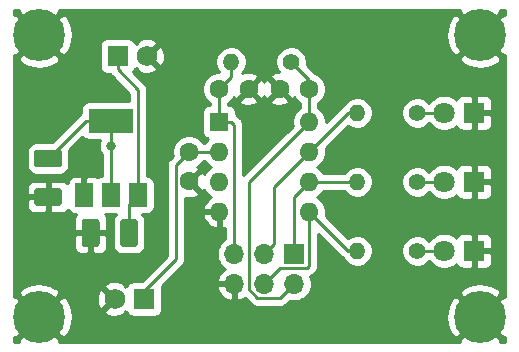
<source format=gbr>
G04 #@! TF.GenerationSoftware,KiCad,Pcbnew,(5.1.5)-3*
G04 #@! TF.CreationDate,2020-01-24T11:16:49+01:00*
G04 #@! TF.ProjectId,Ladestandsanzeige,4c616465-7374-4616-9e64-73616e7a6569,rev?*
G04 #@! TF.SameCoordinates,Original*
G04 #@! TF.FileFunction,Copper,L1,Top*
G04 #@! TF.FilePolarity,Positive*
%FSLAX46Y46*%
G04 Gerber Fmt 4.6, Leading zero omitted, Abs format (unit mm)*
G04 Created by KiCad (PCBNEW (5.1.5)-3) date 2020-01-24 11:16:49*
%MOMM*%
%LPD*%
G04 APERTURE LIST*
%ADD10C,4.400000*%
%ADD11C,1.600000*%
%ADD12C,0.100000*%
%ADD13R,1.800000X1.800000*%
%ADD14C,1.800000*%
%ADD15R,1.750000X1.750000*%
%ADD16C,1.750000*%
%ADD17R,1.700000X1.700000*%
%ADD18O,1.700000X1.700000*%
%ADD19R,3.800000X2.000000*%
%ADD20R,1.500000X2.000000*%
%ADD21R,1.600000X1.600000*%
%ADD22O,1.600000X1.600000*%
%ADD23C,1.400000*%
%ADD24O,1.400000X1.400000*%
%ADD25C,0.800000*%
%ADD26C,0.250000*%
%ADD27C,0.254000*%
G04 APERTURE END LIST*
D10*
X159766000Y-124206000D03*
X122428000Y-124206000D03*
X159766000Y-100330000D03*
X122428000Y-100330000D03*
D11*
X140168000Y-104902000D03*
X137668000Y-104902000D03*
X145288000Y-104902000D03*
X142788000Y-104902000D03*
G04 #@! TA.AperFunction,SMDPad,CuDef*
D12*
G36*
X130572504Y-115920204D02*
G01*
X130596773Y-115923804D01*
X130620571Y-115929765D01*
X130643671Y-115938030D01*
X130665849Y-115948520D01*
X130686893Y-115961133D01*
X130706598Y-115975747D01*
X130724777Y-115992223D01*
X130741253Y-116010402D01*
X130755867Y-116030107D01*
X130768480Y-116051151D01*
X130778970Y-116073329D01*
X130787235Y-116096429D01*
X130793196Y-116120227D01*
X130796796Y-116144496D01*
X130798000Y-116169000D01*
X130798000Y-118019000D01*
X130796796Y-118043504D01*
X130793196Y-118067773D01*
X130787235Y-118091571D01*
X130778970Y-118114671D01*
X130768480Y-118136849D01*
X130755867Y-118157893D01*
X130741253Y-118177598D01*
X130724777Y-118195777D01*
X130706598Y-118212253D01*
X130686893Y-118226867D01*
X130665849Y-118239480D01*
X130643671Y-118249970D01*
X130620571Y-118258235D01*
X130596773Y-118264196D01*
X130572504Y-118267796D01*
X130548000Y-118269000D01*
X129548000Y-118269000D01*
X129523496Y-118267796D01*
X129499227Y-118264196D01*
X129475429Y-118258235D01*
X129452329Y-118249970D01*
X129430151Y-118239480D01*
X129409107Y-118226867D01*
X129389402Y-118212253D01*
X129371223Y-118195777D01*
X129354747Y-118177598D01*
X129340133Y-118157893D01*
X129327520Y-118136849D01*
X129317030Y-118114671D01*
X129308765Y-118091571D01*
X129302804Y-118067773D01*
X129299204Y-118043504D01*
X129298000Y-118019000D01*
X129298000Y-116169000D01*
X129299204Y-116144496D01*
X129302804Y-116120227D01*
X129308765Y-116096429D01*
X129317030Y-116073329D01*
X129327520Y-116051151D01*
X129340133Y-116030107D01*
X129354747Y-116010402D01*
X129371223Y-115992223D01*
X129389402Y-115975747D01*
X129409107Y-115961133D01*
X129430151Y-115948520D01*
X129452329Y-115938030D01*
X129475429Y-115929765D01*
X129499227Y-115923804D01*
X129523496Y-115920204D01*
X129548000Y-115919000D01*
X130548000Y-115919000D01*
X130572504Y-115920204D01*
G37*
G04 #@! TD.AperFunction*
G04 #@! TA.AperFunction,SMDPad,CuDef*
G36*
X127322504Y-115920204D02*
G01*
X127346773Y-115923804D01*
X127370571Y-115929765D01*
X127393671Y-115938030D01*
X127415849Y-115948520D01*
X127436893Y-115961133D01*
X127456598Y-115975747D01*
X127474777Y-115992223D01*
X127491253Y-116010402D01*
X127505867Y-116030107D01*
X127518480Y-116051151D01*
X127528970Y-116073329D01*
X127537235Y-116096429D01*
X127543196Y-116120227D01*
X127546796Y-116144496D01*
X127548000Y-116169000D01*
X127548000Y-118019000D01*
X127546796Y-118043504D01*
X127543196Y-118067773D01*
X127537235Y-118091571D01*
X127528970Y-118114671D01*
X127518480Y-118136849D01*
X127505867Y-118157893D01*
X127491253Y-118177598D01*
X127474777Y-118195777D01*
X127456598Y-118212253D01*
X127436893Y-118226867D01*
X127415849Y-118239480D01*
X127393671Y-118249970D01*
X127370571Y-118258235D01*
X127346773Y-118264196D01*
X127322504Y-118267796D01*
X127298000Y-118269000D01*
X126298000Y-118269000D01*
X126273496Y-118267796D01*
X126249227Y-118264196D01*
X126225429Y-118258235D01*
X126202329Y-118249970D01*
X126180151Y-118239480D01*
X126159107Y-118226867D01*
X126139402Y-118212253D01*
X126121223Y-118195777D01*
X126104747Y-118177598D01*
X126090133Y-118157893D01*
X126077520Y-118136849D01*
X126067030Y-118114671D01*
X126058765Y-118091571D01*
X126052804Y-118067773D01*
X126049204Y-118043504D01*
X126048000Y-118019000D01*
X126048000Y-116169000D01*
X126049204Y-116144496D01*
X126052804Y-116120227D01*
X126058765Y-116096429D01*
X126067030Y-116073329D01*
X126077520Y-116051151D01*
X126090133Y-116030107D01*
X126104747Y-116010402D01*
X126121223Y-115992223D01*
X126139402Y-115975747D01*
X126159107Y-115961133D01*
X126180151Y-115948520D01*
X126202329Y-115938030D01*
X126225429Y-115929765D01*
X126249227Y-115923804D01*
X126273496Y-115920204D01*
X126298000Y-115919000D01*
X127298000Y-115919000D01*
X127322504Y-115920204D01*
G37*
G04 #@! TD.AperFunction*
G04 #@! TA.AperFunction,SMDPad,CuDef*
G36*
X124139504Y-113297204D02*
G01*
X124163773Y-113300804D01*
X124187571Y-113306765D01*
X124210671Y-113315030D01*
X124232849Y-113325520D01*
X124253893Y-113338133D01*
X124273598Y-113352747D01*
X124291777Y-113369223D01*
X124308253Y-113387402D01*
X124322867Y-113407107D01*
X124335480Y-113428151D01*
X124345970Y-113450329D01*
X124354235Y-113473429D01*
X124360196Y-113497227D01*
X124363796Y-113521496D01*
X124365000Y-113546000D01*
X124365000Y-114546000D01*
X124363796Y-114570504D01*
X124360196Y-114594773D01*
X124354235Y-114618571D01*
X124345970Y-114641671D01*
X124335480Y-114663849D01*
X124322867Y-114684893D01*
X124308253Y-114704598D01*
X124291777Y-114722777D01*
X124273598Y-114739253D01*
X124253893Y-114753867D01*
X124232849Y-114766480D01*
X124210671Y-114776970D01*
X124187571Y-114785235D01*
X124163773Y-114791196D01*
X124139504Y-114794796D01*
X124115000Y-114796000D01*
X122265000Y-114796000D01*
X122240496Y-114794796D01*
X122216227Y-114791196D01*
X122192429Y-114785235D01*
X122169329Y-114776970D01*
X122147151Y-114766480D01*
X122126107Y-114753867D01*
X122106402Y-114739253D01*
X122088223Y-114722777D01*
X122071747Y-114704598D01*
X122057133Y-114684893D01*
X122044520Y-114663849D01*
X122034030Y-114641671D01*
X122025765Y-114618571D01*
X122019804Y-114594773D01*
X122016204Y-114570504D01*
X122015000Y-114546000D01*
X122015000Y-113546000D01*
X122016204Y-113521496D01*
X122019804Y-113497227D01*
X122025765Y-113473429D01*
X122034030Y-113450329D01*
X122044520Y-113428151D01*
X122057133Y-113407107D01*
X122071747Y-113387402D01*
X122088223Y-113369223D01*
X122106402Y-113352747D01*
X122126107Y-113338133D01*
X122147151Y-113325520D01*
X122169329Y-113315030D01*
X122192429Y-113306765D01*
X122216227Y-113300804D01*
X122240496Y-113297204D01*
X122265000Y-113296000D01*
X124115000Y-113296000D01*
X124139504Y-113297204D01*
G37*
G04 #@! TD.AperFunction*
G04 #@! TA.AperFunction,SMDPad,CuDef*
G36*
X124139504Y-110047204D02*
G01*
X124163773Y-110050804D01*
X124187571Y-110056765D01*
X124210671Y-110065030D01*
X124232849Y-110075520D01*
X124253893Y-110088133D01*
X124273598Y-110102747D01*
X124291777Y-110119223D01*
X124308253Y-110137402D01*
X124322867Y-110157107D01*
X124335480Y-110178151D01*
X124345970Y-110200329D01*
X124354235Y-110223429D01*
X124360196Y-110247227D01*
X124363796Y-110271496D01*
X124365000Y-110296000D01*
X124365000Y-111296000D01*
X124363796Y-111320504D01*
X124360196Y-111344773D01*
X124354235Y-111368571D01*
X124345970Y-111391671D01*
X124335480Y-111413849D01*
X124322867Y-111434893D01*
X124308253Y-111454598D01*
X124291777Y-111472777D01*
X124273598Y-111489253D01*
X124253893Y-111503867D01*
X124232849Y-111516480D01*
X124210671Y-111526970D01*
X124187571Y-111535235D01*
X124163773Y-111541196D01*
X124139504Y-111544796D01*
X124115000Y-111546000D01*
X122265000Y-111546000D01*
X122240496Y-111544796D01*
X122216227Y-111541196D01*
X122192429Y-111535235D01*
X122169329Y-111526970D01*
X122147151Y-111516480D01*
X122126107Y-111503867D01*
X122106402Y-111489253D01*
X122088223Y-111472777D01*
X122071747Y-111454598D01*
X122057133Y-111434893D01*
X122044520Y-111413849D01*
X122034030Y-111391671D01*
X122025765Y-111368571D01*
X122019804Y-111344773D01*
X122016204Y-111320504D01*
X122015000Y-111296000D01*
X122015000Y-110296000D01*
X122016204Y-110271496D01*
X122019804Y-110247227D01*
X122025765Y-110223429D01*
X122034030Y-110200329D01*
X122044520Y-110178151D01*
X122057133Y-110157107D01*
X122071747Y-110137402D01*
X122088223Y-110119223D01*
X122106402Y-110102747D01*
X122126107Y-110088133D01*
X122147151Y-110075520D01*
X122169329Y-110065030D01*
X122192429Y-110056765D01*
X122216227Y-110050804D01*
X122240496Y-110047204D01*
X122265000Y-110046000D01*
X124115000Y-110046000D01*
X124139504Y-110047204D01*
G37*
G04 #@! TD.AperFunction*
D13*
X159258000Y-118618000D03*
D14*
X156718000Y-118618000D03*
X156718000Y-112776000D03*
D13*
X159258000Y-112776000D03*
X159258000Y-106934000D03*
D14*
X156718000Y-106934000D03*
D15*
X131318000Y-122682000D03*
D16*
X128818000Y-122682000D03*
X131572000Y-102108000D03*
D15*
X129072000Y-102108000D03*
D17*
X144018000Y-118872000D03*
D18*
X144018000Y-121412000D03*
X141478000Y-118872000D03*
X141478000Y-121412000D03*
X138938000Y-118872000D03*
X138938000Y-121412000D03*
D19*
X128524000Y-107594000D03*
D20*
X128524000Y-113894000D03*
X130824000Y-113894000D03*
X126224000Y-113894000D03*
D21*
X137668000Y-107696000D03*
D22*
X145288000Y-115316000D03*
X137668000Y-110236000D03*
X145288000Y-112776000D03*
X137668000Y-112776000D03*
X145288000Y-110236000D03*
X137668000Y-115316000D03*
X145288000Y-107696000D03*
D11*
X135128000Y-110236000D03*
X135128000Y-112736000D03*
D23*
X143764000Y-102616000D03*
D24*
X138684000Y-102616000D03*
D23*
X154432000Y-118618000D03*
D24*
X149352000Y-118618000D03*
X149352000Y-112776000D03*
D23*
X154432000Y-112776000D03*
X154432000Y-106934000D03*
D24*
X149352000Y-106934000D03*
D25*
X128524000Y-109728000D03*
D26*
X137668000Y-107696000D02*
X137668000Y-104902000D01*
X138684000Y-103886000D02*
X137668000Y-104902000D01*
X138684000Y-102616000D02*
X138684000Y-103886000D01*
X138938000Y-117669919D02*
X138938000Y-118872000D01*
X138938000Y-107916000D02*
X138938000Y-117669919D01*
X138718000Y-107696000D02*
X138938000Y-107916000D01*
X137668000Y-107696000D02*
X138718000Y-107696000D01*
X145288000Y-107696000D02*
X145288000Y-104902000D01*
X145288000Y-104140000D02*
X145288000Y-104902000D01*
X143764000Y-102616000D02*
X145288000Y-104140000D01*
X144488001Y-108495999D02*
X145288000Y-107696000D01*
X140208000Y-112776000D02*
X144488001Y-108495999D01*
X140208000Y-121881002D02*
X140208000Y-112776000D01*
X140913999Y-122587001D02*
X140208000Y-121881002D01*
X142842999Y-122587001D02*
X140913999Y-122587001D01*
X144018000Y-121412000D02*
X142842999Y-122587001D01*
X126392000Y-107594000D02*
X128524000Y-107594000D01*
X123190000Y-110796000D02*
X126392000Y-107594000D01*
X128524000Y-113894000D02*
X128524000Y-109728000D01*
X128524000Y-109728000D02*
X128524000Y-107594000D01*
X130048000Y-114670000D02*
X130824000Y-113894000D01*
X130048000Y-117094000D02*
X130048000Y-114670000D01*
X130824000Y-113894000D02*
X130824000Y-105678000D01*
X129072000Y-103233000D02*
X130824000Y-104985000D01*
X130824000Y-104985000D02*
X130824000Y-105678000D01*
X129072000Y-102108000D02*
X129072000Y-103233000D01*
X154432000Y-118618000D02*
X156718000Y-118618000D01*
X154432000Y-112776000D02*
X156718000Y-112776000D01*
X154432000Y-106934000D02*
X156718000Y-106934000D01*
X135128000Y-110236000D02*
X137668000Y-110236000D01*
X134328001Y-111035999D02*
X135128000Y-110236000D01*
X134002999Y-111361001D02*
X134328001Y-111035999D01*
X134002999Y-119344001D02*
X134002999Y-111361001D01*
X130665000Y-122682000D02*
X134002999Y-119344001D01*
X145288000Y-112776000D02*
X149352000Y-112776000D01*
X144018000Y-114046000D02*
X145288000Y-112776000D01*
X144018000Y-118872000D02*
X144018000Y-114046000D01*
X148590000Y-106934000D02*
X149352000Y-106934000D01*
X145288000Y-110236000D02*
X148590000Y-106934000D01*
X142327999Y-113196001D02*
X144488001Y-111035999D01*
X144488001Y-111035999D02*
X145288000Y-110236000D01*
X142327999Y-118022001D02*
X142327999Y-113196001D01*
X141478000Y-118872000D02*
X142327999Y-118022001D01*
X148590000Y-118618000D02*
X149352000Y-118618000D01*
X145288000Y-115316000D02*
X148590000Y-118618000D01*
X145288000Y-116447370D02*
X145288000Y-115316000D01*
X145288000Y-119887002D02*
X145288000Y-116447370D01*
X145128001Y-120047001D02*
X145288000Y-119887002D01*
X142842999Y-120047001D02*
X145128001Y-120047001D01*
X141478000Y-121412000D02*
X142842999Y-120047001D01*
D27*
G36*
X120617830Y-98340225D02*
G01*
X122428000Y-100150395D01*
X124238170Y-98340225D01*
X124148730Y-98196000D01*
X158045270Y-98196000D01*
X157955830Y-98340225D01*
X159766000Y-100150395D01*
X161576170Y-98340225D01*
X161486730Y-98196000D01*
X161900000Y-98196000D01*
X161900000Y-98609270D01*
X161755775Y-98519830D01*
X159945605Y-100330000D01*
X161755775Y-102140170D01*
X161900000Y-102050730D01*
X161900001Y-122485271D01*
X161755775Y-122395830D01*
X159945605Y-124206000D01*
X161755775Y-126016170D01*
X161900001Y-125926729D01*
X161900001Y-126340000D01*
X161486730Y-126340000D01*
X161576170Y-126195775D01*
X159766000Y-124385605D01*
X157955830Y-126195775D01*
X158045270Y-126340000D01*
X124148730Y-126340000D01*
X124238170Y-126195775D01*
X122428000Y-124385605D01*
X120617830Y-126195775D01*
X120707270Y-126340000D01*
X120294000Y-126340000D01*
X120294000Y-125926730D01*
X120438225Y-126016170D01*
X122248395Y-124206000D01*
X122607605Y-124206000D01*
X124417775Y-126016170D01*
X124805018Y-125776024D01*
X125065641Y-125282123D01*
X125224901Y-124746867D01*
X125273852Y-124221174D01*
X156917322Y-124221174D01*
X156975019Y-124776632D01*
X157139972Y-125310161D01*
X157388982Y-125776024D01*
X157776225Y-126016170D01*
X159586395Y-124206000D01*
X157776225Y-122395830D01*
X157388982Y-122635976D01*
X157128359Y-123129877D01*
X156969099Y-123665133D01*
X156917322Y-124221174D01*
X125273852Y-124221174D01*
X125276678Y-124190826D01*
X125218981Y-123635368D01*
X125054028Y-123101839D01*
X124865722Y-122749543D01*
X127302196Y-122749543D01*
X127344499Y-123043963D01*
X127443428Y-123324474D01*
X127520132Y-123467975D01*
X127771760Y-123548635D01*
X128638395Y-122682000D01*
X127771760Y-121815365D01*
X127520132Y-121896025D01*
X127391733Y-122164329D01*
X127318145Y-122452526D01*
X127302196Y-122749543D01*
X124865722Y-122749543D01*
X124805018Y-122635976D01*
X124417775Y-122395830D01*
X122607605Y-124206000D01*
X122248395Y-124206000D01*
X120438225Y-122395830D01*
X120294000Y-122485270D01*
X120294000Y-122216225D01*
X120617830Y-122216225D01*
X122428000Y-124026395D01*
X124238170Y-122216225D01*
X123998024Y-121828982D01*
X123631854Y-121635760D01*
X127951365Y-121635760D01*
X128818000Y-122502395D01*
X128832143Y-122488253D01*
X129011748Y-122667858D01*
X128997605Y-122682000D01*
X129011748Y-122696143D01*
X128832143Y-122875748D01*
X128818000Y-122861605D01*
X127951365Y-123728240D01*
X128032025Y-123979868D01*
X128300329Y-124108267D01*
X128588526Y-124181855D01*
X128885543Y-124197804D01*
X129179963Y-124155501D01*
X129460474Y-124056572D01*
X129603975Y-123979868D01*
X129684634Y-123728242D01*
X129800659Y-123844267D01*
X129851228Y-123793698D01*
X129853498Y-123801180D01*
X129912463Y-123911494D01*
X129991815Y-124008185D01*
X130088506Y-124087537D01*
X130198820Y-124146502D01*
X130318518Y-124182812D01*
X130443000Y-124195072D01*
X132193000Y-124195072D01*
X132317482Y-124182812D01*
X132437180Y-124146502D01*
X132547494Y-124087537D01*
X132644185Y-124008185D01*
X132723537Y-123911494D01*
X132782502Y-123801180D01*
X132818812Y-123681482D01*
X132831072Y-123557000D01*
X132831072Y-121807000D01*
X132827319Y-121768891D01*
X137496519Y-121768891D01*
X137593843Y-122043252D01*
X137742822Y-122293355D01*
X137937731Y-122509588D01*
X138171080Y-122683641D01*
X138433901Y-122808825D01*
X138581110Y-122853476D01*
X138811000Y-122732155D01*
X138811000Y-121539000D01*
X137617186Y-121539000D01*
X137496519Y-121768891D01*
X132827319Y-121768891D01*
X132818812Y-121682518D01*
X132800302Y-121621500D01*
X134514008Y-119907795D01*
X134543000Y-119884002D01*
X134566794Y-119855009D01*
X134566798Y-119855005D01*
X134637972Y-119768278D01*
X134637973Y-119768277D01*
X134708545Y-119636248D01*
X134752002Y-119492987D01*
X134762999Y-119381334D01*
X134762999Y-119381325D01*
X134766675Y-119344002D01*
X134762999Y-119306679D01*
X134762999Y-115665039D01*
X136276096Y-115665039D01*
X136316754Y-115799087D01*
X136436963Y-116053420D01*
X136604481Y-116279414D01*
X136812869Y-116468385D01*
X137054119Y-116613070D01*
X137318960Y-116707909D01*
X137541000Y-116586624D01*
X137541000Y-115443000D01*
X136398085Y-115443000D01*
X136276096Y-115665039D01*
X134762999Y-115665039D01*
X134762999Y-114123902D01*
X134916184Y-114162300D01*
X135198512Y-114176217D01*
X135478130Y-114134787D01*
X135744292Y-114039603D01*
X135869514Y-113972671D01*
X135941097Y-113728702D01*
X135128000Y-112915605D01*
X135113858Y-112929748D01*
X134934253Y-112750143D01*
X134948395Y-112736000D01*
X134934253Y-112721858D01*
X135113858Y-112542253D01*
X135128000Y-112556395D01*
X135941097Y-111743298D01*
X135869514Y-111499329D01*
X135840659Y-111485676D01*
X136042759Y-111350637D01*
X136242637Y-111150759D01*
X136346043Y-110996000D01*
X136449957Y-110996000D01*
X136553363Y-111150759D01*
X136753241Y-111350637D01*
X136985759Y-111506000D01*
X136753241Y-111661363D01*
X136553363Y-111861241D01*
X136408963Y-112077351D01*
X136364671Y-111994486D01*
X136120702Y-111922903D01*
X135307605Y-112736000D01*
X136120702Y-113549097D01*
X136364671Y-113477514D01*
X136386359Y-113431679D01*
X136396320Y-113455727D01*
X136553363Y-113690759D01*
X136753241Y-113890637D01*
X136988273Y-114047680D01*
X136998865Y-114052067D01*
X136812869Y-114163615D01*
X136604481Y-114352586D01*
X136436963Y-114578580D01*
X136316754Y-114832913D01*
X136276096Y-114966961D01*
X136398085Y-115189000D01*
X137541000Y-115189000D01*
X137541000Y-115169000D01*
X137795000Y-115169000D01*
X137795000Y-115189000D01*
X137815000Y-115189000D01*
X137815000Y-115443000D01*
X137795000Y-115443000D01*
X137795000Y-116586624D01*
X138017040Y-116707909D01*
X138178001Y-116650269D01*
X138178001Y-117593821D01*
X137991368Y-117718525D01*
X137784525Y-117925368D01*
X137622010Y-118168589D01*
X137510068Y-118438842D01*
X137453000Y-118725740D01*
X137453000Y-119018260D01*
X137510068Y-119305158D01*
X137622010Y-119575411D01*
X137784525Y-119818632D01*
X137991368Y-120025475D01*
X138167406Y-120143100D01*
X137937731Y-120314412D01*
X137742822Y-120530645D01*
X137593843Y-120780748D01*
X137496519Y-121055109D01*
X137617186Y-121285000D01*
X138811000Y-121285000D01*
X138811000Y-121265000D01*
X139065000Y-121265000D01*
X139065000Y-121285000D01*
X139085000Y-121285000D01*
X139085000Y-121539000D01*
X139065000Y-121539000D01*
X139065000Y-122732155D01*
X139294890Y-122853476D01*
X139442099Y-122808825D01*
X139704920Y-122683641D01*
X139837184Y-122584987D01*
X140350200Y-123098003D01*
X140373998Y-123127002D01*
X140489723Y-123221975D01*
X140621752Y-123292547D01*
X140765013Y-123336004D01*
X140876666Y-123347001D01*
X140876675Y-123347001D01*
X140913998Y-123350677D01*
X140951321Y-123347001D01*
X142805677Y-123347001D01*
X142842999Y-123350677D01*
X142880321Y-123347001D01*
X142880332Y-123347001D01*
X142991985Y-123336004D01*
X143135246Y-123292547D01*
X143267275Y-123221975D01*
X143383000Y-123127002D01*
X143406803Y-123097998D01*
X143651592Y-122853209D01*
X143871740Y-122897000D01*
X144164260Y-122897000D01*
X144451158Y-122839932D01*
X144721411Y-122727990D01*
X144964632Y-122565475D01*
X145171475Y-122358632D01*
X145266628Y-122216225D01*
X157955830Y-122216225D01*
X159766000Y-124026395D01*
X161576170Y-122216225D01*
X161336024Y-121828982D01*
X160842123Y-121568359D01*
X160306867Y-121409099D01*
X159750826Y-121357322D01*
X159195368Y-121415019D01*
X158661839Y-121579972D01*
X158195976Y-121828982D01*
X157955830Y-122216225D01*
X145266628Y-122216225D01*
X145333990Y-122115411D01*
X145445932Y-121845158D01*
X145503000Y-121558260D01*
X145503000Y-121265740D01*
X145445932Y-120978842D01*
X145359794Y-120770885D01*
X145420248Y-120752547D01*
X145552277Y-120681975D01*
X145668002Y-120587002D01*
X145691805Y-120557998D01*
X145798998Y-120450805D01*
X145828001Y-120427003D01*
X145922974Y-120311278D01*
X145993546Y-120179249D01*
X146037003Y-120035988D01*
X146048000Y-119924335D01*
X146048000Y-119924327D01*
X146051676Y-119887002D01*
X146048000Y-119849677D01*
X146048000Y-117150801D01*
X148026201Y-119129003D01*
X148049999Y-119158001D01*
X148165724Y-119252974D01*
X148173443Y-119257100D01*
X148315038Y-119469013D01*
X148500987Y-119654962D01*
X148719641Y-119801061D01*
X148962595Y-119901696D01*
X149220514Y-119953000D01*
X149483486Y-119953000D01*
X149741405Y-119901696D01*
X149984359Y-119801061D01*
X150203013Y-119654962D01*
X150388962Y-119469013D01*
X150535061Y-119250359D01*
X150635696Y-119007405D01*
X150687000Y-118749486D01*
X150687000Y-118486514D01*
X153097000Y-118486514D01*
X153097000Y-118749486D01*
X153148304Y-119007405D01*
X153248939Y-119250359D01*
X153395038Y-119469013D01*
X153580987Y-119654962D01*
X153799641Y-119801061D01*
X154042595Y-119901696D01*
X154300514Y-119953000D01*
X154563486Y-119953000D01*
X154821405Y-119901696D01*
X155064359Y-119801061D01*
X155283013Y-119654962D01*
X155451901Y-119486074D01*
X155525688Y-119596505D01*
X155739495Y-119810312D01*
X155990905Y-119978299D01*
X156270257Y-120094011D01*
X156566816Y-120153000D01*
X156869184Y-120153000D01*
X157165743Y-120094011D01*
X157445095Y-119978299D01*
X157696505Y-119810312D01*
X157762944Y-119743873D01*
X157768498Y-119762180D01*
X157827463Y-119872494D01*
X157906815Y-119969185D01*
X158003506Y-120048537D01*
X158113820Y-120107502D01*
X158233518Y-120143812D01*
X158358000Y-120156072D01*
X158972250Y-120153000D01*
X159131000Y-119994250D01*
X159131000Y-118745000D01*
X159385000Y-118745000D01*
X159385000Y-119994250D01*
X159543750Y-120153000D01*
X160158000Y-120156072D01*
X160282482Y-120143812D01*
X160402180Y-120107502D01*
X160512494Y-120048537D01*
X160609185Y-119969185D01*
X160688537Y-119872494D01*
X160747502Y-119762180D01*
X160783812Y-119642482D01*
X160796072Y-119518000D01*
X160793000Y-118903750D01*
X160634250Y-118745000D01*
X159385000Y-118745000D01*
X159131000Y-118745000D01*
X159111000Y-118745000D01*
X159111000Y-118491000D01*
X159131000Y-118491000D01*
X159131000Y-117241750D01*
X159385000Y-117241750D01*
X159385000Y-118491000D01*
X160634250Y-118491000D01*
X160793000Y-118332250D01*
X160796072Y-117718000D01*
X160783812Y-117593518D01*
X160747502Y-117473820D01*
X160688537Y-117363506D01*
X160609185Y-117266815D01*
X160512494Y-117187463D01*
X160402180Y-117128498D01*
X160282482Y-117092188D01*
X160158000Y-117079928D01*
X159543750Y-117083000D01*
X159385000Y-117241750D01*
X159131000Y-117241750D01*
X158972250Y-117083000D01*
X158358000Y-117079928D01*
X158233518Y-117092188D01*
X158113820Y-117128498D01*
X158003506Y-117187463D01*
X157906815Y-117266815D01*
X157827463Y-117363506D01*
X157768498Y-117473820D01*
X157762944Y-117492127D01*
X157696505Y-117425688D01*
X157445095Y-117257701D01*
X157165743Y-117141989D01*
X156869184Y-117083000D01*
X156566816Y-117083000D01*
X156270257Y-117141989D01*
X155990905Y-117257701D01*
X155739495Y-117425688D01*
X155525688Y-117639495D01*
X155451901Y-117749926D01*
X155283013Y-117581038D01*
X155064359Y-117434939D01*
X154821405Y-117334304D01*
X154563486Y-117283000D01*
X154300514Y-117283000D01*
X154042595Y-117334304D01*
X153799641Y-117434939D01*
X153580987Y-117581038D01*
X153395038Y-117766987D01*
X153248939Y-117985641D01*
X153148304Y-118228595D01*
X153097000Y-118486514D01*
X150687000Y-118486514D01*
X150635696Y-118228595D01*
X150535061Y-117985641D01*
X150388962Y-117766987D01*
X150203013Y-117581038D01*
X149984359Y-117434939D01*
X149741405Y-117334304D01*
X149483486Y-117283000D01*
X149220514Y-117283000D01*
X148962595Y-117334304D01*
X148719641Y-117434939D01*
X148577030Y-117530228D01*
X146686688Y-115639887D01*
X146723000Y-115457335D01*
X146723000Y-115174665D01*
X146667853Y-114897426D01*
X146559680Y-114636273D01*
X146402637Y-114401241D01*
X146202759Y-114201363D01*
X145970241Y-114046000D01*
X146202759Y-113890637D01*
X146402637Y-113690759D01*
X146506043Y-113536000D01*
X148254225Y-113536000D01*
X148315038Y-113627013D01*
X148500987Y-113812962D01*
X148719641Y-113959061D01*
X148962595Y-114059696D01*
X149220514Y-114111000D01*
X149483486Y-114111000D01*
X149741405Y-114059696D01*
X149984359Y-113959061D01*
X150203013Y-113812962D01*
X150388962Y-113627013D01*
X150535061Y-113408359D01*
X150635696Y-113165405D01*
X150687000Y-112907486D01*
X150687000Y-112644514D01*
X153097000Y-112644514D01*
X153097000Y-112907486D01*
X153148304Y-113165405D01*
X153248939Y-113408359D01*
X153395038Y-113627013D01*
X153580987Y-113812962D01*
X153799641Y-113959061D01*
X154042595Y-114059696D01*
X154300514Y-114111000D01*
X154563486Y-114111000D01*
X154821405Y-114059696D01*
X155064359Y-113959061D01*
X155283013Y-113812962D01*
X155451901Y-113644074D01*
X155525688Y-113754505D01*
X155739495Y-113968312D01*
X155990905Y-114136299D01*
X156270257Y-114252011D01*
X156566816Y-114311000D01*
X156869184Y-114311000D01*
X157165743Y-114252011D01*
X157445095Y-114136299D01*
X157696505Y-113968312D01*
X157762944Y-113901873D01*
X157768498Y-113920180D01*
X157827463Y-114030494D01*
X157906815Y-114127185D01*
X158003506Y-114206537D01*
X158113820Y-114265502D01*
X158233518Y-114301812D01*
X158358000Y-114314072D01*
X158972250Y-114311000D01*
X159131000Y-114152250D01*
X159131000Y-112903000D01*
X159385000Y-112903000D01*
X159385000Y-114152250D01*
X159543750Y-114311000D01*
X160158000Y-114314072D01*
X160282482Y-114301812D01*
X160402180Y-114265502D01*
X160512494Y-114206537D01*
X160609185Y-114127185D01*
X160688537Y-114030494D01*
X160747502Y-113920180D01*
X160783812Y-113800482D01*
X160796072Y-113676000D01*
X160793000Y-113061750D01*
X160634250Y-112903000D01*
X159385000Y-112903000D01*
X159131000Y-112903000D01*
X159111000Y-112903000D01*
X159111000Y-112649000D01*
X159131000Y-112649000D01*
X159131000Y-111399750D01*
X159385000Y-111399750D01*
X159385000Y-112649000D01*
X160634250Y-112649000D01*
X160793000Y-112490250D01*
X160796072Y-111876000D01*
X160783812Y-111751518D01*
X160747502Y-111631820D01*
X160688537Y-111521506D01*
X160609185Y-111424815D01*
X160512494Y-111345463D01*
X160402180Y-111286498D01*
X160282482Y-111250188D01*
X160158000Y-111237928D01*
X159543750Y-111241000D01*
X159385000Y-111399750D01*
X159131000Y-111399750D01*
X158972250Y-111241000D01*
X158358000Y-111237928D01*
X158233518Y-111250188D01*
X158113820Y-111286498D01*
X158003506Y-111345463D01*
X157906815Y-111424815D01*
X157827463Y-111521506D01*
X157768498Y-111631820D01*
X157762944Y-111650127D01*
X157696505Y-111583688D01*
X157445095Y-111415701D01*
X157165743Y-111299989D01*
X156869184Y-111241000D01*
X156566816Y-111241000D01*
X156270257Y-111299989D01*
X155990905Y-111415701D01*
X155739495Y-111583688D01*
X155525688Y-111797495D01*
X155451901Y-111907926D01*
X155283013Y-111739038D01*
X155064359Y-111592939D01*
X154821405Y-111492304D01*
X154563486Y-111441000D01*
X154300514Y-111441000D01*
X154042595Y-111492304D01*
X153799641Y-111592939D01*
X153580987Y-111739038D01*
X153395038Y-111924987D01*
X153248939Y-112143641D01*
X153148304Y-112386595D01*
X153097000Y-112644514D01*
X150687000Y-112644514D01*
X150635696Y-112386595D01*
X150535061Y-112143641D01*
X150388962Y-111924987D01*
X150203013Y-111739038D01*
X149984359Y-111592939D01*
X149741405Y-111492304D01*
X149483486Y-111441000D01*
X149220514Y-111441000D01*
X148962595Y-111492304D01*
X148719641Y-111592939D01*
X148500987Y-111739038D01*
X148315038Y-111924987D01*
X148254225Y-112016000D01*
X146506043Y-112016000D01*
X146402637Y-111861241D01*
X146202759Y-111661363D01*
X145970241Y-111506000D01*
X146202759Y-111350637D01*
X146402637Y-111150759D01*
X146559680Y-110915727D01*
X146667853Y-110654574D01*
X146723000Y-110377335D01*
X146723000Y-110094665D01*
X146686688Y-109912113D01*
X148577030Y-108021772D01*
X148719641Y-108117061D01*
X148962595Y-108217696D01*
X149220514Y-108269000D01*
X149483486Y-108269000D01*
X149741405Y-108217696D01*
X149984359Y-108117061D01*
X150203013Y-107970962D01*
X150388962Y-107785013D01*
X150535061Y-107566359D01*
X150635696Y-107323405D01*
X150687000Y-107065486D01*
X150687000Y-106802514D01*
X153097000Y-106802514D01*
X153097000Y-107065486D01*
X153148304Y-107323405D01*
X153248939Y-107566359D01*
X153395038Y-107785013D01*
X153580987Y-107970962D01*
X153799641Y-108117061D01*
X154042595Y-108217696D01*
X154300514Y-108269000D01*
X154563486Y-108269000D01*
X154821405Y-108217696D01*
X155064359Y-108117061D01*
X155283013Y-107970962D01*
X155451901Y-107802074D01*
X155525688Y-107912505D01*
X155739495Y-108126312D01*
X155990905Y-108294299D01*
X156270257Y-108410011D01*
X156566816Y-108469000D01*
X156869184Y-108469000D01*
X157165743Y-108410011D01*
X157445095Y-108294299D01*
X157696505Y-108126312D01*
X157762944Y-108059873D01*
X157768498Y-108078180D01*
X157827463Y-108188494D01*
X157906815Y-108285185D01*
X158003506Y-108364537D01*
X158113820Y-108423502D01*
X158233518Y-108459812D01*
X158358000Y-108472072D01*
X158972250Y-108469000D01*
X159131000Y-108310250D01*
X159131000Y-107061000D01*
X159385000Y-107061000D01*
X159385000Y-108310250D01*
X159543750Y-108469000D01*
X160158000Y-108472072D01*
X160282482Y-108459812D01*
X160402180Y-108423502D01*
X160512494Y-108364537D01*
X160609185Y-108285185D01*
X160688537Y-108188494D01*
X160747502Y-108078180D01*
X160783812Y-107958482D01*
X160796072Y-107834000D01*
X160793000Y-107219750D01*
X160634250Y-107061000D01*
X159385000Y-107061000D01*
X159131000Y-107061000D01*
X159111000Y-107061000D01*
X159111000Y-106807000D01*
X159131000Y-106807000D01*
X159131000Y-105557750D01*
X159385000Y-105557750D01*
X159385000Y-106807000D01*
X160634250Y-106807000D01*
X160793000Y-106648250D01*
X160796072Y-106034000D01*
X160783812Y-105909518D01*
X160747502Y-105789820D01*
X160688537Y-105679506D01*
X160609185Y-105582815D01*
X160512494Y-105503463D01*
X160402180Y-105444498D01*
X160282482Y-105408188D01*
X160158000Y-105395928D01*
X159543750Y-105399000D01*
X159385000Y-105557750D01*
X159131000Y-105557750D01*
X158972250Y-105399000D01*
X158358000Y-105395928D01*
X158233518Y-105408188D01*
X158113820Y-105444498D01*
X158003506Y-105503463D01*
X157906815Y-105582815D01*
X157827463Y-105679506D01*
X157768498Y-105789820D01*
X157762944Y-105808127D01*
X157696505Y-105741688D01*
X157445095Y-105573701D01*
X157165743Y-105457989D01*
X156869184Y-105399000D01*
X156566816Y-105399000D01*
X156270257Y-105457989D01*
X155990905Y-105573701D01*
X155739495Y-105741688D01*
X155525688Y-105955495D01*
X155451901Y-106065926D01*
X155283013Y-105897038D01*
X155064359Y-105750939D01*
X154821405Y-105650304D01*
X154563486Y-105599000D01*
X154300514Y-105599000D01*
X154042595Y-105650304D01*
X153799641Y-105750939D01*
X153580987Y-105897038D01*
X153395038Y-106082987D01*
X153248939Y-106301641D01*
X153148304Y-106544595D01*
X153097000Y-106802514D01*
X150687000Y-106802514D01*
X150635696Y-106544595D01*
X150535061Y-106301641D01*
X150388962Y-106082987D01*
X150203013Y-105897038D01*
X149984359Y-105750939D01*
X149741405Y-105650304D01*
X149483486Y-105599000D01*
X149220514Y-105599000D01*
X148962595Y-105650304D01*
X148719641Y-105750939D01*
X148500987Y-105897038D01*
X148315038Y-106082987D01*
X148173443Y-106294900D01*
X148165724Y-106299026D01*
X148049999Y-106393999D01*
X148026201Y-106422997D01*
X146723000Y-107726198D01*
X146723000Y-107554665D01*
X146667853Y-107277426D01*
X146559680Y-107016273D01*
X146402637Y-106781241D01*
X146202759Y-106581363D01*
X146048000Y-106477957D01*
X146048000Y-106120043D01*
X146202759Y-106016637D01*
X146402637Y-105816759D01*
X146559680Y-105581727D01*
X146667853Y-105320574D01*
X146723000Y-105043335D01*
X146723000Y-104760665D01*
X146667853Y-104483426D01*
X146559680Y-104222273D01*
X146402637Y-103987241D01*
X146202759Y-103787363D01*
X145967727Y-103630320D01*
X145772086Y-103549283D01*
X145077645Y-102854843D01*
X145099000Y-102747486D01*
X145099000Y-102484514D01*
X145066231Y-102319775D01*
X157955830Y-102319775D01*
X158195976Y-102707018D01*
X158689877Y-102967641D01*
X159225133Y-103126901D01*
X159781174Y-103178678D01*
X160336632Y-103120981D01*
X160870161Y-102956028D01*
X161336024Y-102707018D01*
X161576170Y-102319775D01*
X159766000Y-100509605D01*
X157955830Y-102319775D01*
X145066231Y-102319775D01*
X145047696Y-102226595D01*
X144947061Y-101983641D01*
X144800962Y-101764987D01*
X144615013Y-101579038D01*
X144396359Y-101432939D01*
X144153405Y-101332304D01*
X143895486Y-101281000D01*
X143632514Y-101281000D01*
X143374595Y-101332304D01*
X143131641Y-101432939D01*
X142912987Y-101579038D01*
X142727038Y-101764987D01*
X142580939Y-101983641D01*
X142480304Y-102226595D01*
X142429000Y-102484514D01*
X142429000Y-102747486D01*
X142480304Y-103005405D01*
X142580939Y-103248359D01*
X142723750Y-103462092D01*
X142717488Y-103461783D01*
X142437870Y-103503213D01*
X142171708Y-103598397D01*
X142046486Y-103665329D01*
X141974903Y-103909298D01*
X142788000Y-104722395D01*
X142802143Y-104708253D01*
X142981748Y-104887858D01*
X142967605Y-104902000D01*
X143780702Y-105715097D01*
X144024671Y-105643514D01*
X144038324Y-105614659D01*
X144173363Y-105816759D01*
X144373241Y-106016637D01*
X144528001Y-106120044D01*
X144528000Y-106477956D01*
X144373241Y-106581363D01*
X144173363Y-106781241D01*
X144016320Y-107016273D01*
X143908147Y-107277426D01*
X143853000Y-107554665D01*
X143853000Y-107837335D01*
X143889312Y-108019885D01*
X139698000Y-112211199D01*
X139698000Y-107953322D01*
X139701676Y-107916000D01*
X139698000Y-107878677D01*
X139698000Y-107878667D01*
X139687003Y-107767014D01*
X139643546Y-107623753D01*
X139572974Y-107491724D01*
X139478001Y-107375999D01*
X139448998Y-107352197D01*
X139281804Y-107185003D01*
X139258001Y-107155999D01*
X139142276Y-107061026D01*
X139106072Y-107041674D01*
X139106072Y-106896000D01*
X139093812Y-106771518D01*
X139057502Y-106651820D01*
X138998537Y-106541506D01*
X138919185Y-106444815D01*
X138822494Y-106365463D01*
X138712180Y-106306498D01*
X138592482Y-106270188D01*
X138468000Y-106257928D01*
X138428000Y-106257928D01*
X138428000Y-106120043D01*
X138582759Y-106016637D01*
X138704694Y-105894702D01*
X139354903Y-105894702D01*
X139426486Y-106138671D01*
X139681996Y-106259571D01*
X139956184Y-106328300D01*
X140238512Y-106342217D01*
X140518130Y-106300787D01*
X140784292Y-106205603D01*
X140909514Y-106138671D01*
X140981097Y-105894702D01*
X141974903Y-105894702D01*
X142046486Y-106138671D01*
X142301996Y-106259571D01*
X142576184Y-106328300D01*
X142858512Y-106342217D01*
X143138130Y-106300787D01*
X143404292Y-106205603D01*
X143529514Y-106138671D01*
X143601097Y-105894702D01*
X142788000Y-105081605D01*
X141974903Y-105894702D01*
X140981097Y-105894702D01*
X140168000Y-105081605D01*
X139354903Y-105894702D01*
X138704694Y-105894702D01*
X138782637Y-105816759D01*
X138916692Y-105616131D01*
X138931329Y-105643514D01*
X139175298Y-105715097D01*
X139988395Y-104902000D01*
X140347605Y-104902000D01*
X141160702Y-105715097D01*
X141404671Y-105643514D01*
X141475584Y-105493647D01*
X141484397Y-105518292D01*
X141551329Y-105643514D01*
X141795298Y-105715097D01*
X142608395Y-104902000D01*
X141795298Y-104088903D01*
X141551329Y-104160486D01*
X141480416Y-104310353D01*
X141471603Y-104285708D01*
X141404671Y-104160486D01*
X141160702Y-104088903D01*
X140347605Y-104902000D01*
X139988395Y-104902000D01*
X139974253Y-104887858D01*
X140153858Y-104708253D01*
X140168000Y-104722395D01*
X140981097Y-103909298D01*
X140909514Y-103665329D01*
X140654004Y-103544429D01*
X140379816Y-103475700D01*
X140097488Y-103461783D01*
X139817870Y-103503213D01*
X139610660Y-103577315D01*
X139720962Y-103467013D01*
X139867061Y-103248359D01*
X139967696Y-103005405D01*
X140019000Y-102747486D01*
X140019000Y-102484514D01*
X139967696Y-102226595D01*
X139867061Y-101983641D01*
X139720962Y-101764987D01*
X139535013Y-101579038D01*
X139316359Y-101432939D01*
X139073405Y-101332304D01*
X138815486Y-101281000D01*
X138552514Y-101281000D01*
X138294595Y-101332304D01*
X138051641Y-101432939D01*
X137832987Y-101579038D01*
X137647038Y-101764987D01*
X137500939Y-101983641D01*
X137400304Y-102226595D01*
X137349000Y-102484514D01*
X137349000Y-102747486D01*
X137400304Y-103005405D01*
X137500939Y-103248359D01*
X137647029Y-103467000D01*
X137526665Y-103467000D01*
X137249426Y-103522147D01*
X136988273Y-103630320D01*
X136753241Y-103787363D01*
X136553363Y-103987241D01*
X136396320Y-104222273D01*
X136288147Y-104483426D01*
X136233000Y-104760665D01*
X136233000Y-105043335D01*
X136288147Y-105320574D01*
X136396320Y-105581727D01*
X136553363Y-105816759D01*
X136753241Y-106016637D01*
X136908001Y-106120044D01*
X136908001Y-106257928D01*
X136868000Y-106257928D01*
X136743518Y-106270188D01*
X136623820Y-106306498D01*
X136513506Y-106365463D01*
X136416815Y-106444815D01*
X136337463Y-106541506D01*
X136278498Y-106651820D01*
X136242188Y-106771518D01*
X136229928Y-106896000D01*
X136229928Y-108496000D01*
X136242188Y-108620482D01*
X136278498Y-108740180D01*
X136337463Y-108850494D01*
X136416815Y-108947185D01*
X136513506Y-109026537D01*
X136623820Y-109085502D01*
X136743518Y-109121812D01*
X136751961Y-109122643D01*
X136553363Y-109321241D01*
X136449957Y-109476000D01*
X136346043Y-109476000D01*
X136242637Y-109321241D01*
X136042759Y-109121363D01*
X135807727Y-108964320D01*
X135546574Y-108856147D01*
X135269335Y-108801000D01*
X134986665Y-108801000D01*
X134709426Y-108856147D01*
X134448273Y-108964320D01*
X134213241Y-109121363D01*
X134013363Y-109321241D01*
X133856320Y-109556273D01*
X133748147Y-109817426D01*
X133693000Y-110094665D01*
X133693000Y-110377335D01*
X133729312Y-110559887D01*
X133491997Y-110797202D01*
X133462999Y-110821000D01*
X133439201Y-110849998D01*
X133439200Y-110849999D01*
X133368025Y-110936725D01*
X133297453Y-111068755D01*
X133291541Y-111088246D01*
X133253997Y-111212015D01*
X133245725Y-111296000D01*
X133239323Y-111361001D01*
X133243000Y-111398333D01*
X133242999Y-119029198D01*
X131103270Y-121168928D01*
X130443000Y-121168928D01*
X130318518Y-121181188D01*
X130198820Y-121217498D01*
X130088506Y-121276463D01*
X129991815Y-121355815D01*
X129912463Y-121452506D01*
X129853498Y-121562820D01*
X129851228Y-121570302D01*
X129800659Y-121519733D01*
X129684634Y-121635758D01*
X129603975Y-121384132D01*
X129335671Y-121255733D01*
X129047474Y-121182145D01*
X128750457Y-121166196D01*
X128456037Y-121208499D01*
X128175526Y-121307428D01*
X128032025Y-121384132D01*
X127951365Y-121635760D01*
X123631854Y-121635760D01*
X123504123Y-121568359D01*
X122968867Y-121409099D01*
X122412826Y-121357322D01*
X121857368Y-121415019D01*
X121323839Y-121579972D01*
X120857976Y-121828982D01*
X120617830Y-122216225D01*
X120294000Y-122216225D01*
X120294000Y-118269000D01*
X125409928Y-118269000D01*
X125422188Y-118393482D01*
X125458498Y-118513180D01*
X125517463Y-118623494D01*
X125596815Y-118720185D01*
X125693506Y-118799537D01*
X125803820Y-118858502D01*
X125923518Y-118894812D01*
X126048000Y-118907072D01*
X126512250Y-118904000D01*
X126671000Y-118745250D01*
X126671000Y-117221000D01*
X126925000Y-117221000D01*
X126925000Y-118745250D01*
X127083750Y-118904000D01*
X127548000Y-118907072D01*
X127672482Y-118894812D01*
X127792180Y-118858502D01*
X127902494Y-118799537D01*
X127999185Y-118720185D01*
X128078537Y-118623494D01*
X128137502Y-118513180D01*
X128173812Y-118393482D01*
X128186072Y-118269000D01*
X128183000Y-117379750D01*
X128024250Y-117221000D01*
X126925000Y-117221000D01*
X126671000Y-117221000D01*
X125571750Y-117221000D01*
X125413000Y-117379750D01*
X125409928Y-118269000D01*
X120294000Y-118269000D01*
X120294000Y-114796000D01*
X121376928Y-114796000D01*
X121389188Y-114920482D01*
X121425498Y-115040180D01*
X121484463Y-115150494D01*
X121563815Y-115247185D01*
X121660506Y-115326537D01*
X121770820Y-115385502D01*
X121890518Y-115421812D01*
X122015000Y-115434072D01*
X122904250Y-115431000D01*
X123063000Y-115272250D01*
X123063000Y-114173000D01*
X121538750Y-114173000D01*
X121380000Y-114331750D01*
X121376928Y-114796000D01*
X120294000Y-114796000D01*
X120294000Y-113296000D01*
X121376928Y-113296000D01*
X121380000Y-113760250D01*
X121538750Y-113919000D01*
X123063000Y-113919000D01*
X123063000Y-112819750D01*
X122904250Y-112661000D01*
X122015000Y-112657928D01*
X121890518Y-112670188D01*
X121770820Y-112706498D01*
X121660506Y-112765463D01*
X121563815Y-112844815D01*
X121484463Y-112941506D01*
X121425498Y-113051820D01*
X121389188Y-113171518D01*
X121376928Y-113296000D01*
X120294000Y-113296000D01*
X120294000Y-110296000D01*
X121376928Y-110296000D01*
X121376928Y-111296000D01*
X121393992Y-111469254D01*
X121444528Y-111635850D01*
X121526595Y-111789386D01*
X121637038Y-111923962D01*
X121771614Y-112034405D01*
X121925150Y-112116472D01*
X122091746Y-112167008D01*
X122265000Y-112184072D01*
X124115000Y-112184072D01*
X124288254Y-112167008D01*
X124454850Y-112116472D01*
X124608386Y-112034405D01*
X124742962Y-111923962D01*
X124853405Y-111789386D01*
X124935472Y-111635850D01*
X124986008Y-111469254D01*
X125003072Y-111296000D01*
X125003072Y-110296000D01*
X124986008Y-110122746D01*
X124974847Y-110085954D01*
X126101957Y-108958844D01*
X126172815Y-109045185D01*
X126269506Y-109124537D01*
X126379820Y-109183502D01*
X126499518Y-109219812D01*
X126624000Y-109232072D01*
X127610585Y-109232072D01*
X127606795Y-109237744D01*
X127528774Y-109426102D01*
X127489000Y-109626061D01*
X127489000Y-109829939D01*
X127528774Y-110029898D01*
X127606795Y-110218256D01*
X127720063Y-110387774D01*
X127764001Y-110431712D01*
X127764000Y-112256913D01*
X127649518Y-112268188D01*
X127529820Y-112304498D01*
X127419506Y-112363463D01*
X127374000Y-112400809D01*
X127328494Y-112363463D01*
X127218180Y-112304498D01*
X127098482Y-112268188D01*
X126974000Y-112255928D01*
X126509750Y-112259000D01*
X126351000Y-112417750D01*
X126351000Y-113767000D01*
X126371000Y-113767000D01*
X126371000Y-114021000D01*
X126351000Y-114021000D01*
X126351000Y-114041000D01*
X126097000Y-114041000D01*
X126097000Y-114021000D01*
X126077000Y-114021000D01*
X126077000Y-113767000D01*
X126097000Y-113767000D01*
X126097000Y-112417750D01*
X125938250Y-112259000D01*
X125474000Y-112255928D01*
X125349518Y-112268188D01*
X125229820Y-112304498D01*
X125119506Y-112363463D01*
X125022815Y-112442815D01*
X124943463Y-112539506D01*
X124884498Y-112649820D01*
X124848188Y-112769518D01*
X124838138Y-112871564D01*
X124816185Y-112844815D01*
X124719494Y-112765463D01*
X124609180Y-112706498D01*
X124489482Y-112670188D01*
X124365000Y-112657928D01*
X123475750Y-112661000D01*
X123317000Y-112819750D01*
X123317000Y-113919000D01*
X123337000Y-113919000D01*
X123337000Y-114173000D01*
X123317000Y-114173000D01*
X123317000Y-115272250D01*
X123475750Y-115431000D01*
X124365000Y-115434072D01*
X124489482Y-115421812D01*
X124609180Y-115385502D01*
X124719494Y-115326537D01*
X124816185Y-115247185D01*
X124892838Y-115153783D01*
X124943463Y-115248494D01*
X125022815Y-115345185D01*
X125119506Y-115424537D01*
X125229820Y-115483502D01*
X125349518Y-115519812D01*
X125474000Y-115532072D01*
X125544463Y-115531606D01*
X125517463Y-115564506D01*
X125458498Y-115674820D01*
X125422188Y-115794518D01*
X125409928Y-115919000D01*
X125413000Y-116808250D01*
X125571750Y-116967000D01*
X126671000Y-116967000D01*
X126671000Y-116947000D01*
X126925000Y-116947000D01*
X126925000Y-116967000D01*
X128024250Y-116967000D01*
X128183000Y-116808250D01*
X128186072Y-115919000D01*
X128173812Y-115794518D01*
X128137502Y-115674820D01*
X128078537Y-115564506D01*
X128051919Y-115532072D01*
X128930963Y-115532072D01*
X128920038Y-115541038D01*
X128809595Y-115675614D01*
X128727528Y-115829150D01*
X128676992Y-115995746D01*
X128659928Y-116169000D01*
X128659928Y-118019000D01*
X128676992Y-118192254D01*
X128727528Y-118358850D01*
X128809595Y-118512386D01*
X128920038Y-118646962D01*
X129054614Y-118757405D01*
X129208150Y-118839472D01*
X129374746Y-118890008D01*
X129548000Y-118907072D01*
X130548000Y-118907072D01*
X130721254Y-118890008D01*
X130887850Y-118839472D01*
X131041386Y-118757405D01*
X131175962Y-118646962D01*
X131286405Y-118512386D01*
X131368472Y-118358850D01*
X131419008Y-118192254D01*
X131436072Y-118019000D01*
X131436072Y-116169000D01*
X131419008Y-115995746D01*
X131368472Y-115829150D01*
X131286405Y-115675614D01*
X131175962Y-115541038D01*
X131165037Y-115532072D01*
X131574000Y-115532072D01*
X131698482Y-115519812D01*
X131818180Y-115483502D01*
X131928494Y-115424537D01*
X132025185Y-115345185D01*
X132104537Y-115248494D01*
X132163502Y-115138180D01*
X132199812Y-115018482D01*
X132212072Y-114894000D01*
X132212072Y-112894000D01*
X132199812Y-112769518D01*
X132163502Y-112649820D01*
X132104537Y-112539506D01*
X132025185Y-112442815D01*
X131928494Y-112363463D01*
X131818180Y-112304498D01*
X131698482Y-112268188D01*
X131584000Y-112256913D01*
X131584000Y-105022322D01*
X131587676Y-104984999D01*
X131584000Y-104947676D01*
X131584000Y-104947667D01*
X131573003Y-104836014D01*
X131529546Y-104692753D01*
X131458974Y-104560724D01*
X131364001Y-104444999D01*
X131335004Y-104421202D01*
X130370614Y-103456812D01*
X130398185Y-103434185D01*
X130477537Y-103337494D01*
X130536502Y-103227180D01*
X130538772Y-103219698D01*
X130589341Y-103270267D01*
X130705366Y-103154242D01*
X130786025Y-103405868D01*
X131054329Y-103534267D01*
X131342526Y-103607855D01*
X131639543Y-103623804D01*
X131933963Y-103581501D01*
X132214474Y-103482572D01*
X132357975Y-103405868D01*
X132438635Y-103154240D01*
X131572000Y-102287605D01*
X131557858Y-102301748D01*
X131378253Y-102122143D01*
X131392395Y-102108000D01*
X131751605Y-102108000D01*
X132618240Y-102974635D01*
X132869868Y-102893975D01*
X132998267Y-102625671D01*
X133071855Y-102337474D01*
X133087804Y-102040457D01*
X133045501Y-101746037D01*
X132946572Y-101465526D01*
X132869868Y-101322025D01*
X132618240Y-101241365D01*
X131751605Y-102108000D01*
X131392395Y-102108000D01*
X131378253Y-102093858D01*
X131557858Y-101914253D01*
X131572000Y-101928395D01*
X132438635Y-101061760D01*
X132357975Y-100810132D01*
X132089671Y-100681733D01*
X131801474Y-100608145D01*
X131504457Y-100592196D01*
X131210037Y-100634499D01*
X130929526Y-100733428D01*
X130786025Y-100810132D01*
X130705366Y-101061758D01*
X130589341Y-100945733D01*
X130538772Y-100996302D01*
X130536502Y-100988820D01*
X130477537Y-100878506D01*
X130398185Y-100781815D01*
X130301494Y-100702463D01*
X130191180Y-100643498D01*
X130071482Y-100607188D01*
X129947000Y-100594928D01*
X128197000Y-100594928D01*
X128072518Y-100607188D01*
X127952820Y-100643498D01*
X127842506Y-100702463D01*
X127745815Y-100781815D01*
X127666463Y-100878506D01*
X127607498Y-100988820D01*
X127571188Y-101108518D01*
X127558928Y-101233000D01*
X127558928Y-102983000D01*
X127571188Y-103107482D01*
X127607498Y-103227180D01*
X127666463Y-103337494D01*
X127745815Y-103434185D01*
X127842506Y-103513537D01*
X127952820Y-103572502D01*
X128072518Y-103608812D01*
X128197000Y-103621072D01*
X128417674Y-103621072D01*
X128437026Y-103657276D01*
X128502467Y-103737015D01*
X128532000Y-103773001D01*
X128560998Y-103796799D01*
X130064000Y-105299802D01*
X130064000Y-105715333D01*
X130064001Y-105715343D01*
X130064001Y-105955928D01*
X126624000Y-105955928D01*
X126499518Y-105968188D01*
X126379820Y-106004498D01*
X126269506Y-106063463D01*
X126172815Y-106142815D01*
X126093463Y-106239506D01*
X126034498Y-106349820D01*
X125998188Y-106469518D01*
X125985928Y-106594000D01*
X125985928Y-106949296D01*
X125967724Y-106959026D01*
X125851999Y-107053999D01*
X125828201Y-107082997D01*
X123503271Y-109407928D01*
X122265000Y-109407928D01*
X122091746Y-109424992D01*
X121925150Y-109475528D01*
X121771614Y-109557595D01*
X121637038Y-109668038D01*
X121526595Y-109802614D01*
X121444528Y-109956150D01*
X121393992Y-110122746D01*
X121376928Y-110296000D01*
X120294000Y-110296000D01*
X120294000Y-102319775D01*
X120617830Y-102319775D01*
X120857976Y-102707018D01*
X121351877Y-102967641D01*
X121887133Y-103126901D01*
X122443174Y-103178678D01*
X122998632Y-103120981D01*
X123532161Y-102956028D01*
X123998024Y-102707018D01*
X124238170Y-102319775D01*
X122428000Y-100509605D01*
X120617830Y-102319775D01*
X120294000Y-102319775D01*
X120294000Y-102050730D01*
X120438225Y-102140170D01*
X122248395Y-100330000D01*
X122607605Y-100330000D01*
X124417775Y-102140170D01*
X124805018Y-101900024D01*
X125065641Y-101406123D01*
X125224901Y-100870867D01*
X125273852Y-100345174D01*
X156917322Y-100345174D01*
X156975019Y-100900632D01*
X157139972Y-101434161D01*
X157388982Y-101900024D01*
X157776225Y-102140170D01*
X159586395Y-100330000D01*
X157776225Y-98519830D01*
X157388982Y-98759976D01*
X157128359Y-99253877D01*
X156969099Y-99789133D01*
X156917322Y-100345174D01*
X125273852Y-100345174D01*
X125276678Y-100314826D01*
X125218981Y-99759368D01*
X125054028Y-99225839D01*
X124805018Y-98759976D01*
X124417775Y-98519830D01*
X122607605Y-100330000D01*
X122248395Y-100330000D01*
X120438225Y-98519830D01*
X120294000Y-98609270D01*
X120294000Y-98196000D01*
X120707270Y-98196000D01*
X120617830Y-98340225D01*
G37*
X120617830Y-98340225D02*
X122428000Y-100150395D01*
X124238170Y-98340225D01*
X124148730Y-98196000D01*
X158045270Y-98196000D01*
X157955830Y-98340225D01*
X159766000Y-100150395D01*
X161576170Y-98340225D01*
X161486730Y-98196000D01*
X161900000Y-98196000D01*
X161900000Y-98609270D01*
X161755775Y-98519830D01*
X159945605Y-100330000D01*
X161755775Y-102140170D01*
X161900000Y-102050730D01*
X161900001Y-122485271D01*
X161755775Y-122395830D01*
X159945605Y-124206000D01*
X161755775Y-126016170D01*
X161900001Y-125926729D01*
X161900001Y-126340000D01*
X161486730Y-126340000D01*
X161576170Y-126195775D01*
X159766000Y-124385605D01*
X157955830Y-126195775D01*
X158045270Y-126340000D01*
X124148730Y-126340000D01*
X124238170Y-126195775D01*
X122428000Y-124385605D01*
X120617830Y-126195775D01*
X120707270Y-126340000D01*
X120294000Y-126340000D01*
X120294000Y-125926730D01*
X120438225Y-126016170D01*
X122248395Y-124206000D01*
X122607605Y-124206000D01*
X124417775Y-126016170D01*
X124805018Y-125776024D01*
X125065641Y-125282123D01*
X125224901Y-124746867D01*
X125273852Y-124221174D01*
X156917322Y-124221174D01*
X156975019Y-124776632D01*
X157139972Y-125310161D01*
X157388982Y-125776024D01*
X157776225Y-126016170D01*
X159586395Y-124206000D01*
X157776225Y-122395830D01*
X157388982Y-122635976D01*
X157128359Y-123129877D01*
X156969099Y-123665133D01*
X156917322Y-124221174D01*
X125273852Y-124221174D01*
X125276678Y-124190826D01*
X125218981Y-123635368D01*
X125054028Y-123101839D01*
X124865722Y-122749543D01*
X127302196Y-122749543D01*
X127344499Y-123043963D01*
X127443428Y-123324474D01*
X127520132Y-123467975D01*
X127771760Y-123548635D01*
X128638395Y-122682000D01*
X127771760Y-121815365D01*
X127520132Y-121896025D01*
X127391733Y-122164329D01*
X127318145Y-122452526D01*
X127302196Y-122749543D01*
X124865722Y-122749543D01*
X124805018Y-122635976D01*
X124417775Y-122395830D01*
X122607605Y-124206000D01*
X122248395Y-124206000D01*
X120438225Y-122395830D01*
X120294000Y-122485270D01*
X120294000Y-122216225D01*
X120617830Y-122216225D01*
X122428000Y-124026395D01*
X124238170Y-122216225D01*
X123998024Y-121828982D01*
X123631854Y-121635760D01*
X127951365Y-121635760D01*
X128818000Y-122502395D01*
X128832143Y-122488253D01*
X129011748Y-122667858D01*
X128997605Y-122682000D01*
X129011748Y-122696143D01*
X128832143Y-122875748D01*
X128818000Y-122861605D01*
X127951365Y-123728240D01*
X128032025Y-123979868D01*
X128300329Y-124108267D01*
X128588526Y-124181855D01*
X128885543Y-124197804D01*
X129179963Y-124155501D01*
X129460474Y-124056572D01*
X129603975Y-123979868D01*
X129684634Y-123728242D01*
X129800659Y-123844267D01*
X129851228Y-123793698D01*
X129853498Y-123801180D01*
X129912463Y-123911494D01*
X129991815Y-124008185D01*
X130088506Y-124087537D01*
X130198820Y-124146502D01*
X130318518Y-124182812D01*
X130443000Y-124195072D01*
X132193000Y-124195072D01*
X132317482Y-124182812D01*
X132437180Y-124146502D01*
X132547494Y-124087537D01*
X132644185Y-124008185D01*
X132723537Y-123911494D01*
X132782502Y-123801180D01*
X132818812Y-123681482D01*
X132831072Y-123557000D01*
X132831072Y-121807000D01*
X132827319Y-121768891D01*
X137496519Y-121768891D01*
X137593843Y-122043252D01*
X137742822Y-122293355D01*
X137937731Y-122509588D01*
X138171080Y-122683641D01*
X138433901Y-122808825D01*
X138581110Y-122853476D01*
X138811000Y-122732155D01*
X138811000Y-121539000D01*
X137617186Y-121539000D01*
X137496519Y-121768891D01*
X132827319Y-121768891D01*
X132818812Y-121682518D01*
X132800302Y-121621500D01*
X134514008Y-119907795D01*
X134543000Y-119884002D01*
X134566794Y-119855009D01*
X134566798Y-119855005D01*
X134637972Y-119768278D01*
X134637973Y-119768277D01*
X134708545Y-119636248D01*
X134752002Y-119492987D01*
X134762999Y-119381334D01*
X134762999Y-119381325D01*
X134766675Y-119344002D01*
X134762999Y-119306679D01*
X134762999Y-115665039D01*
X136276096Y-115665039D01*
X136316754Y-115799087D01*
X136436963Y-116053420D01*
X136604481Y-116279414D01*
X136812869Y-116468385D01*
X137054119Y-116613070D01*
X137318960Y-116707909D01*
X137541000Y-116586624D01*
X137541000Y-115443000D01*
X136398085Y-115443000D01*
X136276096Y-115665039D01*
X134762999Y-115665039D01*
X134762999Y-114123902D01*
X134916184Y-114162300D01*
X135198512Y-114176217D01*
X135478130Y-114134787D01*
X135744292Y-114039603D01*
X135869514Y-113972671D01*
X135941097Y-113728702D01*
X135128000Y-112915605D01*
X135113858Y-112929748D01*
X134934253Y-112750143D01*
X134948395Y-112736000D01*
X134934253Y-112721858D01*
X135113858Y-112542253D01*
X135128000Y-112556395D01*
X135941097Y-111743298D01*
X135869514Y-111499329D01*
X135840659Y-111485676D01*
X136042759Y-111350637D01*
X136242637Y-111150759D01*
X136346043Y-110996000D01*
X136449957Y-110996000D01*
X136553363Y-111150759D01*
X136753241Y-111350637D01*
X136985759Y-111506000D01*
X136753241Y-111661363D01*
X136553363Y-111861241D01*
X136408963Y-112077351D01*
X136364671Y-111994486D01*
X136120702Y-111922903D01*
X135307605Y-112736000D01*
X136120702Y-113549097D01*
X136364671Y-113477514D01*
X136386359Y-113431679D01*
X136396320Y-113455727D01*
X136553363Y-113690759D01*
X136753241Y-113890637D01*
X136988273Y-114047680D01*
X136998865Y-114052067D01*
X136812869Y-114163615D01*
X136604481Y-114352586D01*
X136436963Y-114578580D01*
X136316754Y-114832913D01*
X136276096Y-114966961D01*
X136398085Y-115189000D01*
X137541000Y-115189000D01*
X137541000Y-115169000D01*
X137795000Y-115169000D01*
X137795000Y-115189000D01*
X137815000Y-115189000D01*
X137815000Y-115443000D01*
X137795000Y-115443000D01*
X137795000Y-116586624D01*
X138017040Y-116707909D01*
X138178001Y-116650269D01*
X138178001Y-117593821D01*
X137991368Y-117718525D01*
X137784525Y-117925368D01*
X137622010Y-118168589D01*
X137510068Y-118438842D01*
X137453000Y-118725740D01*
X137453000Y-119018260D01*
X137510068Y-119305158D01*
X137622010Y-119575411D01*
X137784525Y-119818632D01*
X137991368Y-120025475D01*
X138167406Y-120143100D01*
X137937731Y-120314412D01*
X137742822Y-120530645D01*
X137593843Y-120780748D01*
X137496519Y-121055109D01*
X137617186Y-121285000D01*
X138811000Y-121285000D01*
X138811000Y-121265000D01*
X139065000Y-121265000D01*
X139065000Y-121285000D01*
X139085000Y-121285000D01*
X139085000Y-121539000D01*
X139065000Y-121539000D01*
X139065000Y-122732155D01*
X139294890Y-122853476D01*
X139442099Y-122808825D01*
X139704920Y-122683641D01*
X139837184Y-122584987D01*
X140350200Y-123098003D01*
X140373998Y-123127002D01*
X140489723Y-123221975D01*
X140621752Y-123292547D01*
X140765013Y-123336004D01*
X140876666Y-123347001D01*
X140876675Y-123347001D01*
X140913998Y-123350677D01*
X140951321Y-123347001D01*
X142805677Y-123347001D01*
X142842999Y-123350677D01*
X142880321Y-123347001D01*
X142880332Y-123347001D01*
X142991985Y-123336004D01*
X143135246Y-123292547D01*
X143267275Y-123221975D01*
X143383000Y-123127002D01*
X143406803Y-123097998D01*
X143651592Y-122853209D01*
X143871740Y-122897000D01*
X144164260Y-122897000D01*
X144451158Y-122839932D01*
X144721411Y-122727990D01*
X144964632Y-122565475D01*
X145171475Y-122358632D01*
X145266628Y-122216225D01*
X157955830Y-122216225D01*
X159766000Y-124026395D01*
X161576170Y-122216225D01*
X161336024Y-121828982D01*
X160842123Y-121568359D01*
X160306867Y-121409099D01*
X159750826Y-121357322D01*
X159195368Y-121415019D01*
X158661839Y-121579972D01*
X158195976Y-121828982D01*
X157955830Y-122216225D01*
X145266628Y-122216225D01*
X145333990Y-122115411D01*
X145445932Y-121845158D01*
X145503000Y-121558260D01*
X145503000Y-121265740D01*
X145445932Y-120978842D01*
X145359794Y-120770885D01*
X145420248Y-120752547D01*
X145552277Y-120681975D01*
X145668002Y-120587002D01*
X145691805Y-120557998D01*
X145798998Y-120450805D01*
X145828001Y-120427003D01*
X145922974Y-120311278D01*
X145993546Y-120179249D01*
X146037003Y-120035988D01*
X146048000Y-119924335D01*
X146048000Y-119924327D01*
X146051676Y-119887002D01*
X146048000Y-119849677D01*
X146048000Y-117150801D01*
X148026201Y-119129003D01*
X148049999Y-119158001D01*
X148165724Y-119252974D01*
X148173443Y-119257100D01*
X148315038Y-119469013D01*
X148500987Y-119654962D01*
X148719641Y-119801061D01*
X148962595Y-119901696D01*
X149220514Y-119953000D01*
X149483486Y-119953000D01*
X149741405Y-119901696D01*
X149984359Y-119801061D01*
X150203013Y-119654962D01*
X150388962Y-119469013D01*
X150535061Y-119250359D01*
X150635696Y-119007405D01*
X150687000Y-118749486D01*
X150687000Y-118486514D01*
X153097000Y-118486514D01*
X153097000Y-118749486D01*
X153148304Y-119007405D01*
X153248939Y-119250359D01*
X153395038Y-119469013D01*
X153580987Y-119654962D01*
X153799641Y-119801061D01*
X154042595Y-119901696D01*
X154300514Y-119953000D01*
X154563486Y-119953000D01*
X154821405Y-119901696D01*
X155064359Y-119801061D01*
X155283013Y-119654962D01*
X155451901Y-119486074D01*
X155525688Y-119596505D01*
X155739495Y-119810312D01*
X155990905Y-119978299D01*
X156270257Y-120094011D01*
X156566816Y-120153000D01*
X156869184Y-120153000D01*
X157165743Y-120094011D01*
X157445095Y-119978299D01*
X157696505Y-119810312D01*
X157762944Y-119743873D01*
X157768498Y-119762180D01*
X157827463Y-119872494D01*
X157906815Y-119969185D01*
X158003506Y-120048537D01*
X158113820Y-120107502D01*
X158233518Y-120143812D01*
X158358000Y-120156072D01*
X158972250Y-120153000D01*
X159131000Y-119994250D01*
X159131000Y-118745000D01*
X159385000Y-118745000D01*
X159385000Y-119994250D01*
X159543750Y-120153000D01*
X160158000Y-120156072D01*
X160282482Y-120143812D01*
X160402180Y-120107502D01*
X160512494Y-120048537D01*
X160609185Y-119969185D01*
X160688537Y-119872494D01*
X160747502Y-119762180D01*
X160783812Y-119642482D01*
X160796072Y-119518000D01*
X160793000Y-118903750D01*
X160634250Y-118745000D01*
X159385000Y-118745000D01*
X159131000Y-118745000D01*
X159111000Y-118745000D01*
X159111000Y-118491000D01*
X159131000Y-118491000D01*
X159131000Y-117241750D01*
X159385000Y-117241750D01*
X159385000Y-118491000D01*
X160634250Y-118491000D01*
X160793000Y-118332250D01*
X160796072Y-117718000D01*
X160783812Y-117593518D01*
X160747502Y-117473820D01*
X160688537Y-117363506D01*
X160609185Y-117266815D01*
X160512494Y-117187463D01*
X160402180Y-117128498D01*
X160282482Y-117092188D01*
X160158000Y-117079928D01*
X159543750Y-117083000D01*
X159385000Y-117241750D01*
X159131000Y-117241750D01*
X158972250Y-117083000D01*
X158358000Y-117079928D01*
X158233518Y-117092188D01*
X158113820Y-117128498D01*
X158003506Y-117187463D01*
X157906815Y-117266815D01*
X157827463Y-117363506D01*
X157768498Y-117473820D01*
X157762944Y-117492127D01*
X157696505Y-117425688D01*
X157445095Y-117257701D01*
X157165743Y-117141989D01*
X156869184Y-117083000D01*
X156566816Y-117083000D01*
X156270257Y-117141989D01*
X155990905Y-117257701D01*
X155739495Y-117425688D01*
X155525688Y-117639495D01*
X155451901Y-117749926D01*
X155283013Y-117581038D01*
X155064359Y-117434939D01*
X154821405Y-117334304D01*
X154563486Y-117283000D01*
X154300514Y-117283000D01*
X154042595Y-117334304D01*
X153799641Y-117434939D01*
X153580987Y-117581038D01*
X153395038Y-117766987D01*
X153248939Y-117985641D01*
X153148304Y-118228595D01*
X153097000Y-118486514D01*
X150687000Y-118486514D01*
X150635696Y-118228595D01*
X150535061Y-117985641D01*
X150388962Y-117766987D01*
X150203013Y-117581038D01*
X149984359Y-117434939D01*
X149741405Y-117334304D01*
X149483486Y-117283000D01*
X149220514Y-117283000D01*
X148962595Y-117334304D01*
X148719641Y-117434939D01*
X148577030Y-117530228D01*
X146686688Y-115639887D01*
X146723000Y-115457335D01*
X146723000Y-115174665D01*
X146667853Y-114897426D01*
X146559680Y-114636273D01*
X146402637Y-114401241D01*
X146202759Y-114201363D01*
X145970241Y-114046000D01*
X146202759Y-113890637D01*
X146402637Y-113690759D01*
X146506043Y-113536000D01*
X148254225Y-113536000D01*
X148315038Y-113627013D01*
X148500987Y-113812962D01*
X148719641Y-113959061D01*
X148962595Y-114059696D01*
X149220514Y-114111000D01*
X149483486Y-114111000D01*
X149741405Y-114059696D01*
X149984359Y-113959061D01*
X150203013Y-113812962D01*
X150388962Y-113627013D01*
X150535061Y-113408359D01*
X150635696Y-113165405D01*
X150687000Y-112907486D01*
X150687000Y-112644514D01*
X153097000Y-112644514D01*
X153097000Y-112907486D01*
X153148304Y-113165405D01*
X153248939Y-113408359D01*
X153395038Y-113627013D01*
X153580987Y-113812962D01*
X153799641Y-113959061D01*
X154042595Y-114059696D01*
X154300514Y-114111000D01*
X154563486Y-114111000D01*
X154821405Y-114059696D01*
X155064359Y-113959061D01*
X155283013Y-113812962D01*
X155451901Y-113644074D01*
X155525688Y-113754505D01*
X155739495Y-113968312D01*
X155990905Y-114136299D01*
X156270257Y-114252011D01*
X156566816Y-114311000D01*
X156869184Y-114311000D01*
X157165743Y-114252011D01*
X157445095Y-114136299D01*
X157696505Y-113968312D01*
X157762944Y-113901873D01*
X157768498Y-113920180D01*
X157827463Y-114030494D01*
X157906815Y-114127185D01*
X158003506Y-114206537D01*
X158113820Y-114265502D01*
X158233518Y-114301812D01*
X158358000Y-114314072D01*
X158972250Y-114311000D01*
X159131000Y-114152250D01*
X159131000Y-112903000D01*
X159385000Y-112903000D01*
X159385000Y-114152250D01*
X159543750Y-114311000D01*
X160158000Y-114314072D01*
X160282482Y-114301812D01*
X160402180Y-114265502D01*
X160512494Y-114206537D01*
X160609185Y-114127185D01*
X160688537Y-114030494D01*
X160747502Y-113920180D01*
X160783812Y-113800482D01*
X160796072Y-113676000D01*
X160793000Y-113061750D01*
X160634250Y-112903000D01*
X159385000Y-112903000D01*
X159131000Y-112903000D01*
X159111000Y-112903000D01*
X159111000Y-112649000D01*
X159131000Y-112649000D01*
X159131000Y-111399750D01*
X159385000Y-111399750D01*
X159385000Y-112649000D01*
X160634250Y-112649000D01*
X160793000Y-112490250D01*
X160796072Y-111876000D01*
X160783812Y-111751518D01*
X160747502Y-111631820D01*
X160688537Y-111521506D01*
X160609185Y-111424815D01*
X160512494Y-111345463D01*
X160402180Y-111286498D01*
X160282482Y-111250188D01*
X160158000Y-111237928D01*
X159543750Y-111241000D01*
X159385000Y-111399750D01*
X159131000Y-111399750D01*
X158972250Y-111241000D01*
X158358000Y-111237928D01*
X158233518Y-111250188D01*
X158113820Y-111286498D01*
X158003506Y-111345463D01*
X157906815Y-111424815D01*
X157827463Y-111521506D01*
X157768498Y-111631820D01*
X157762944Y-111650127D01*
X157696505Y-111583688D01*
X157445095Y-111415701D01*
X157165743Y-111299989D01*
X156869184Y-111241000D01*
X156566816Y-111241000D01*
X156270257Y-111299989D01*
X155990905Y-111415701D01*
X155739495Y-111583688D01*
X155525688Y-111797495D01*
X155451901Y-111907926D01*
X155283013Y-111739038D01*
X155064359Y-111592939D01*
X154821405Y-111492304D01*
X154563486Y-111441000D01*
X154300514Y-111441000D01*
X154042595Y-111492304D01*
X153799641Y-111592939D01*
X153580987Y-111739038D01*
X153395038Y-111924987D01*
X153248939Y-112143641D01*
X153148304Y-112386595D01*
X153097000Y-112644514D01*
X150687000Y-112644514D01*
X150635696Y-112386595D01*
X150535061Y-112143641D01*
X150388962Y-111924987D01*
X150203013Y-111739038D01*
X149984359Y-111592939D01*
X149741405Y-111492304D01*
X149483486Y-111441000D01*
X149220514Y-111441000D01*
X148962595Y-111492304D01*
X148719641Y-111592939D01*
X148500987Y-111739038D01*
X148315038Y-111924987D01*
X148254225Y-112016000D01*
X146506043Y-112016000D01*
X146402637Y-111861241D01*
X146202759Y-111661363D01*
X145970241Y-111506000D01*
X146202759Y-111350637D01*
X146402637Y-111150759D01*
X146559680Y-110915727D01*
X146667853Y-110654574D01*
X146723000Y-110377335D01*
X146723000Y-110094665D01*
X146686688Y-109912113D01*
X148577030Y-108021772D01*
X148719641Y-108117061D01*
X148962595Y-108217696D01*
X149220514Y-108269000D01*
X149483486Y-108269000D01*
X149741405Y-108217696D01*
X149984359Y-108117061D01*
X150203013Y-107970962D01*
X150388962Y-107785013D01*
X150535061Y-107566359D01*
X150635696Y-107323405D01*
X150687000Y-107065486D01*
X150687000Y-106802514D01*
X153097000Y-106802514D01*
X153097000Y-107065486D01*
X153148304Y-107323405D01*
X153248939Y-107566359D01*
X153395038Y-107785013D01*
X153580987Y-107970962D01*
X153799641Y-108117061D01*
X154042595Y-108217696D01*
X154300514Y-108269000D01*
X154563486Y-108269000D01*
X154821405Y-108217696D01*
X155064359Y-108117061D01*
X155283013Y-107970962D01*
X155451901Y-107802074D01*
X155525688Y-107912505D01*
X155739495Y-108126312D01*
X155990905Y-108294299D01*
X156270257Y-108410011D01*
X156566816Y-108469000D01*
X156869184Y-108469000D01*
X157165743Y-108410011D01*
X157445095Y-108294299D01*
X157696505Y-108126312D01*
X157762944Y-108059873D01*
X157768498Y-108078180D01*
X157827463Y-108188494D01*
X157906815Y-108285185D01*
X158003506Y-108364537D01*
X158113820Y-108423502D01*
X158233518Y-108459812D01*
X158358000Y-108472072D01*
X158972250Y-108469000D01*
X159131000Y-108310250D01*
X159131000Y-107061000D01*
X159385000Y-107061000D01*
X159385000Y-108310250D01*
X159543750Y-108469000D01*
X160158000Y-108472072D01*
X160282482Y-108459812D01*
X160402180Y-108423502D01*
X160512494Y-108364537D01*
X160609185Y-108285185D01*
X160688537Y-108188494D01*
X160747502Y-108078180D01*
X160783812Y-107958482D01*
X160796072Y-107834000D01*
X160793000Y-107219750D01*
X160634250Y-107061000D01*
X159385000Y-107061000D01*
X159131000Y-107061000D01*
X159111000Y-107061000D01*
X159111000Y-106807000D01*
X159131000Y-106807000D01*
X159131000Y-105557750D01*
X159385000Y-105557750D01*
X159385000Y-106807000D01*
X160634250Y-106807000D01*
X160793000Y-106648250D01*
X160796072Y-106034000D01*
X160783812Y-105909518D01*
X160747502Y-105789820D01*
X160688537Y-105679506D01*
X160609185Y-105582815D01*
X160512494Y-105503463D01*
X160402180Y-105444498D01*
X160282482Y-105408188D01*
X160158000Y-105395928D01*
X159543750Y-105399000D01*
X159385000Y-105557750D01*
X159131000Y-105557750D01*
X158972250Y-105399000D01*
X158358000Y-105395928D01*
X158233518Y-105408188D01*
X158113820Y-105444498D01*
X158003506Y-105503463D01*
X157906815Y-105582815D01*
X157827463Y-105679506D01*
X157768498Y-105789820D01*
X157762944Y-105808127D01*
X157696505Y-105741688D01*
X157445095Y-105573701D01*
X157165743Y-105457989D01*
X156869184Y-105399000D01*
X156566816Y-105399000D01*
X156270257Y-105457989D01*
X155990905Y-105573701D01*
X155739495Y-105741688D01*
X155525688Y-105955495D01*
X155451901Y-106065926D01*
X155283013Y-105897038D01*
X155064359Y-105750939D01*
X154821405Y-105650304D01*
X154563486Y-105599000D01*
X154300514Y-105599000D01*
X154042595Y-105650304D01*
X153799641Y-105750939D01*
X153580987Y-105897038D01*
X153395038Y-106082987D01*
X153248939Y-106301641D01*
X153148304Y-106544595D01*
X153097000Y-106802514D01*
X150687000Y-106802514D01*
X150635696Y-106544595D01*
X150535061Y-106301641D01*
X150388962Y-106082987D01*
X150203013Y-105897038D01*
X149984359Y-105750939D01*
X149741405Y-105650304D01*
X149483486Y-105599000D01*
X149220514Y-105599000D01*
X148962595Y-105650304D01*
X148719641Y-105750939D01*
X148500987Y-105897038D01*
X148315038Y-106082987D01*
X148173443Y-106294900D01*
X148165724Y-106299026D01*
X148049999Y-106393999D01*
X148026201Y-106422997D01*
X146723000Y-107726198D01*
X146723000Y-107554665D01*
X146667853Y-107277426D01*
X146559680Y-107016273D01*
X146402637Y-106781241D01*
X146202759Y-106581363D01*
X146048000Y-106477957D01*
X146048000Y-106120043D01*
X146202759Y-106016637D01*
X146402637Y-105816759D01*
X146559680Y-105581727D01*
X146667853Y-105320574D01*
X146723000Y-105043335D01*
X146723000Y-104760665D01*
X146667853Y-104483426D01*
X146559680Y-104222273D01*
X146402637Y-103987241D01*
X146202759Y-103787363D01*
X145967727Y-103630320D01*
X145772086Y-103549283D01*
X145077645Y-102854843D01*
X145099000Y-102747486D01*
X145099000Y-102484514D01*
X145066231Y-102319775D01*
X157955830Y-102319775D01*
X158195976Y-102707018D01*
X158689877Y-102967641D01*
X159225133Y-103126901D01*
X159781174Y-103178678D01*
X160336632Y-103120981D01*
X160870161Y-102956028D01*
X161336024Y-102707018D01*
X161576170Y-102319775D01*
X159766000Y-100509605D01*
X157955830Y-102319775D01*
X145066231Y-102319775D01*
X145047696Y-102226595D01*
X144947061Y-101983641D01*
X144800962Y-101764987D01*
X144615013Y-101579038D01*
X144396359Y-101432939D01*
X144153405Y-101332304D01*
X143895486Y-101281000D01*
X143632514Y-101281000D01*
X143374595Y-101332304D01*
X143131641Y-101432939D01*
X142912987Y-101579038D01*
X142727038Y-101764987D01*
X142580939Y-101983641D01*
X142480304Y-102226595D01*
X142429000Y-102484514D01*
X142429000Y-102747486D01*
X142480304Y-103005405D01*
X142580939Y-103248359D01*
X142723750Y-103462092D01*
X142717488Y-103461783D01*
X142437870Y-103503213D01*
X142171708Y-103598397D01*
X142046486Y-103665329D01*
X141974903Y-103909298D01*
X142788000Y-104722395D01*
X142802143Y-104708253D01*
X142981748Y-104887858D01*
X142967605Y-104902000D01*
X143780702Y-105715097D01*
X144024671Y-105643514D01*
X144038324Y-105614659D01*
X144173363Y-105816759D01*
X144373241Y-106016637D01*
X144528001Y-106120044D01*
X144528000Y-106477956D01*
X144373241Y-106581363D01*
X144173363Y-106781241D01*
X144016320Y-107016273D01*
X143908147Y-107277426D01*
X143853000Y-107554665D01*
X143853000Y-107837335D01*
X143889312Y-108019885D01*
X139698000Y-112211199D01*
X139698000Y-107953322D01*
X139701676Y-107916000D01*
X139698000Y-107878677D01*
X139698000Y-107878667D01*
X139687003Y-107767014D01*
X139643546Y-107623753D01*
X139572974Y-107491724D01*
X139478001Y-107375999D01*
X139448998Y-107352197D01*
X139281804Y-107185003D01*
X139258001Y-107155999D01*
X139142276Y-107061026D01*
X139106072Y-107041674D01*
X139106072Y-106896000D01*
X139093812Y-106771518D01*
X139057502Y-106651820D01*
X138998537Y-106541506D01*
X138919185Y-106444815D01*
X138822494Y-106365463D01*
X138712180Y-106306498D01*
X138592482Y-106270188D01*
X138468000Y-106257928D01*
X138428000Y-106257928D01*
X138428000Y-106120043D01*
X138582759Y-106016637D01*
X138704694Y-105894702D01*
X139354903Y-105894702D01*
X139426486Y-106138671D01*
X139681996Y-106259571D01*
X139956184Y-106328300D01*
X140238512Y-106342217D01*
X140518130Y-106300787D01*
X140784292Y-106205603D01*
X140909514Y-106138671D01*
X140981097Y-105894702D01*
X141974903Y-105894702D01*
X142046486Y-106138671D01*
X142301996Y-106259571D01*
X142576184Y-106328300D01*
X142858512Y-106342217D01*
X143138130Y-106300787D01*
X143404292Y-106205603D01*
X143529514Y-106138671D01*
X143601097Y-105894702D01*
X142788000Y-105081605D01*
X141974903Y-105894702D01*
X140981097Y-105894702D01*
X140168000Y-105081605D01*
X139354903Y-105894702D01*
X138704694Y-105894702D01*
X138782637Y-105816759D01*
X138916692Y-105616131D01*
X138931329Y-105643514D01*
X139175298Y-105715097D01*
X139988395Y-104902000D01*
X140347605Y-104902000D01*
X141160702Y-105715097D01*
X141404671Y-105643514D01*
X141475584Y-105493647D01*
X141484397Y-105518292D01*
X141551329Y-105643514D01*
X141795298Y-105715097D01*
X142608395Y-104902000D01*
X141795298Y-104088903D01*
X141551329Y-104160486D01*
X141480416Y-104310353D01*
X141471603Y-104285708D01*
X141404671Y-104160486D01*
X141160702Y-104088903D01*
X140347605Y-104902000D01*
X139988395Y-104902000D01*
X139974253Y-104887858D01*
X140153858Y-104708253D01*
X140168000Y-104722395D01*
X140981097Y-103909298D01*
X140909514Y-103665329D01*
X140654004Y-103544429D01*
X140379816Y-103475700D01*
X140097488Y-103461783D01*
X139817870Y-103503213D01*
X139610660Y-103577315D01*
X139720962Y-103467013D01*
X139867061Y-103248359D01*
X139967696Y-103005405D01*
X140019000Y-102747486D01*
X140019000Y-102484514D01*
X139967696Y-102226595D01*
X139867061Y-101983641D01*
X139720962Y-101764987D01*
X139535013Y-101579038D01*
X139316359Y-101432939D01*
X139073405Y-101332304D01*
X138815486Y-101281000D01*
X138552514Y-101281000D01*
X138294595Y-101332304D01*
X138051641Y-101432939D01*
X137832987Y-101579038D01*
X137647038Y-101764987D01*
X137500939Y-101983641D01*
X137400304Y-102226595D01*
X137349000Y-102484514D01*
X137349000Y-102747486D01*
X137400304Y-103005405D01*
X137500939Y-103248359D01*
X137647029Y-103467000D01*
X137526665Y-103467000D01*
X137249426Y-103522147D01*
X136988273Y-103630320D01*
X136753241Y-103787363D01*
X136553363Y-103987241D01*
X136396320Y-104222273D01*
X136288147Y-104483426D01*
X136233000Y-104760665D01*
X136233000Y-105043335D01*
X136288147Y-105320574D01*
X136396320Y-105581727D01*
X136553363Y-105816759D01*
X136753241Y-106016637D01*
X136908001Y-106120044D01*
X136908001Y-106257928D01*
X136868000Y-106257928D01*
X136743518Y-106270188D01*
X136623820Y-106306498D01*
X136513506Y-106365463D01*
X136416815Y-106444815D01*
X136337463Y-106541506D01*
X136278498Y-106651820D01*
X136242188Y-106771518D01*
X136229928Y-106896000D01*
X136229928Y-108496000D01*
X136242188Y-108620482D01*
X136278498Y-108740180D01*
X136337463Y-108850494D01*
X136416815Y-108947185D01*
X136513506Y-109026537D01*
X136623820Y-109085502D01*
X136743518Y-109121812D01*
X136751961Y-109122643D01*
X136553363Y-109321241D01*
X136449957Y-109476000D01*
X136346043Y-109476000D01*
X136242637Y-109321241D01*
X136042759Y-109121363D01*
X135807727Y-108964320D01*
X135546574Y-108856147D01*
X135269335Y-108801000D01*
X134986665Y-108801000D01*
X134709426Y-108856147D01*
X134448273Y-108964320D01*
X134213241Y-109121363D01*
X134013363Y-109321241D01*
X133856320Y-109556273D01*
X133748147Y-109817426D01*
X133693000Y-110094665D01*
X133693000Y-110377335D01*
X133729312Y-110559887D01*
X133491997Y-110797202D01*
X133462999Y-110821000D01*
X133439201Y-110849998D01*
X133439200Y-110849999D01*
X133368025Y-110936725D01*
X133297453Y-111068755D01*
X133291541Y-111088246D01*
X133253997Y-111212015D01*
X133245725Y-111296000D01*
X133239323Y-111361001D01*
X133243000Y-111398333D01*
X133242999Y-119029198D01*
X131103270Y-121168928D01*
X130443000Y-121168928D01*
X130318518Y-121181188D01*
X130198820Y-121217498D01*
X130088506Y-121276463D01*
X129991815Y-121355815D01*
X129912463Y-121452506D01*
X129853498Y-121562820D01*
X129851228Y-121570302D01*
X129800659Y-121519733D01*
X129684634Y-121635758D01*
X129603975Y-121384132D01*
X129335671Y-121255733D01*
X129047474Y-121182145D01*
X128750457Y-121166196D01*
X128456037Y-121208499D01*
X128175526Y-121307428D01*
X128032025Y-121384132D01*
X127951365Y-121635760D01*
X123631854Y-121635760D01*
X123504123Y-121568359D01*
X122968867Y-121409099D01*
X122412826Y-121357322D01*
X121857368Y-121415019D01*
X121323839Y-121579972D01*
X120857976Y-121828982D01*
X120617830Y-122216225D01*
X120294000Y-122216225D01*
X120294000Y-118269000D01*
X125409928Y-118269000D01*
X125422188Y-118393482D01*
X125458498Y-118513180D01*
X125517463Y-118623494D01*
X125596815Y-118720185D01*
X125693506Y-118799537D01*
X125803820Y-118858502D01*
X125923518Y-118894812D01*
X126048000Y-118907072D01*
X126512250Y-118904000D01*
X126671000Y-118745250D01*
X126671000Y-117221000D01*
X126925000Y-117221000D01*
X126925000Y-118745250D01*
X127083750Y-118904000D01*
X127548000Y-118907072D01*
X127672482Y-118894812D01*
X127792180Y-118858502D01*
X127902494Y-118799537D01*
X127999185Y-118720185D01*
X128078537Y-118623494D01*
X128137502Y-118513180D01*
X128173812Y-118393482D01*
X128186072Y-118269000D01*
X128183000Y-117379750D01*
X128024250Y-117221000D01*
X126925000Y-117221000D01*
X126671000Y-117221000D01*
X125571750Y-117221000D01*
X125413000Y-117379750D01*
X125409928Y-118269000D01*
X120294000Y-118269000D01*
X120294000Y-114796000D01*
X121376928Y-114796000D01*
X121389188Y-114920482D01*
X121425498Y-115040180D01*
X121484463Y-115150494D01*
X121563815Y-115247185D01*
X121660506Y-115326537D01*
X121770820Y-115385502D01*
X121890518Y-115421812D01*
X122015000Y-115434072D01*
X122904250Y-115431000D01*
X123063000Y-115272250D01*
X123063000Y-114173000D01*
X121538750Y-114173000D01*
X121380000Y-114331750D01*
X121376928Y-114796000D01*
X120294000Y-114796000D01*
X120294000Y-113296000D01*
X121376928Y-113296000D01*
X121380000Y-113760250D01*
X121538750Y-113919000D01*
X123063000Y-113919000D01*
X123063000Y-112819750D01*
X122904250Y-112661000D01*
X122015000Y-112657928D01*
X121890518Y-112670188D01*
X121770820Y-112706498D01*
X121660506Y-112765463D01*
X121563815Y-112844815D01*
X121484463Y-112941506D01*
X121425498Y-113051820D01*
X121389188Y-113171518D01*
X121376928Y-113296000D01*
X120294000Y-113296000D01*
X120294000Y-110296000D01*
X121376928Y-110296000D01*
X121376928Y-111296000D01*
X121393992Y-111469254D01*
X121444528Y-111635850D01*
X121526595Y-111789386D01*
X121637038Y-111923962D01*
X121771614Y-112034405D01*
X121925150Y-112116472D01*
X122091746Y-112167008D01*
X122265000Y-112184072D01*
X124115000Y-112184072D01*
X124288254Y-112167008D01*
X124454850Y-112116472D01*
X124608386Y-112034405D01*
X124742962Y-111923962D01*
X124853405Y-111789386D01*
X124935472Y-111635850D01*
X124986008Y-111469254D01*
X125003072Y-111296000D01*
X125003072Y-110296000D01*
X124986008Y-110122746D01*
X124974847Y-110085954D01*
X126101957Y-108958844D01*
X126172815Y-109045185D01*
X126269506Y-109124537D01*
X126379820Y-109183502D01*
X126499518Y-109219812D01*
X126624000Y-109232072D01*
X127610585Y-109232072D01*
X127606795Y-109237744D01*
X127528774Y-109426102D01*
X127489000Y-109626061D01*
X127489000Y-109829939D01*
X127528774Y-110029898D01*
X127606795Y-110218256D01*
X127720063Y-110387774D01*
X127764001Y-110431712D01*
X127764000Y-112256913D01*
X127649518Y-112268188D01*
X127529820Y-112304498D01*
X127419506Y-112363463D01*
X127374000Y-112400809D01*
X127328494Y-112363463D01*
X127218180Y-112304498D01*
X127098482Y-112268188D01*
X126974000Y-112255928D01*
X126509750Y-112259000D01*
X126351000Y-112417750D01*
X126351000Y-113767000D01*
X126371000Y-113767000D01*
X126371000Y-114021000D01*
X126351000Y-114021000D01*
X126351000Y-114041000D01*
X126097000Y-114041000D01*
X126097000Y-114021000D01*
X126077000Y-114021000D01*
X126077000Y-113767000D01*
X126097000Y-113767000D01*
X126097000Y-112417750D01*
X125938250Y-112259000D01*
X125474000Y-112255928D01*
X125349518Y-112268188D01*
X125229820Y-112304498D01*
X125119506Y-112363463D01*
X125022815Y-112442815D01*
X124943463Y-112539506D01*
X124884498Y-112649820D01*
X124848188Y-112769518D01*
X124838138Y-112871564D01*
X124816185Y-112844815D01*
X124719494Y-112765463D01*
X124609180Y-112706498D01*
X124489482Y-112670188D01*
X124365000Y-112657928D01*
X123475750Y-112661000D01*
X123317000Y-112819750D01*
X123317000Y-113919000D01*
X123337000Y-113919000D01*
X123337000Y-114173000D01*
X123317000Y-114173000D01*
X123317000Y-115272250D01*
X123475750Y-115431000D01*
X124365000Y-115434072D01*
X124489482Y-115421812D01*
X124609180Y-115385502D01*
X124719494Y-115326537D01*
X124816185Y-115247185D01*
X124892838Y-115153783D01*
X124943463Y-115248494D01*
X125022815Y-115345185D01*
X125119506Y-115424537D01*
X125229820Y-115483502D01*
X125349518Y-115519812D01*
X125474000Y-115532072D01*
X125544463Y-115531606D01*
X125517463Y-115564506D01*
X125458498Y-115674820D01*
X125422188Y-115794518D01*
X125409928Y-115919000D01*
X125413000Y-116808250D01*
X125571750Y-116967000D01*
X126671000Y-116967000D01*
X126671000Y-116947000D01*
X126925000Y-116947000D01*
X126925000Y-116967000D01*
X128024250Y-116967000D01*
X128183000Y-116808250D01*
X128186072Y-115919000D01*
X128173812Y-115794518D01*
X128137502Y-115674820D01*
X128078537Y-115564506D01*
X128051919Y-115532072D01*
X128930963Y-115532072D01*
X128920038Y-115541038D01*
X128809595Y-115675614D01*
X128727528Y-115829150D01*
X128676992Y-115995746D01*
X128659928Y-116169000D01*
X128659928Y-118019000D01*
X128676992Y-118192254D01*
X128727528Y-118358850D01*
X128809595Y-118512386D01*
X128920038Y-118646962D01*
X129054614Y-118757405D01*
X129208150Y-118839472D01*
X129374746Y-118890008D01*
X129548000Y-118907072D01*
X130548000Y-118907072D01*
X130721254Y-118890008D01*
X130887850Y-118839472D01*
X131041386Y-118757405D01*
X131175962Y-118646962D01*
X131286405Y-118512386D01*
X131368472Y-118358850D01*
X131419008Y-118192254D01*
X131436072Y-118019000D01*
X131436072Y-116169000D01*
X131419008Y-115995746D01*
X131368472Y-115829150D01*
X131286405Y-115675614D01*
X131175962Y-115541038D01*
X131165037Y-115532072D01*
X131574000Y-115532072D01*
X131698482Y-115519812D01*
X131818180Y-115483502D01*
X131928494Y-115424537D01*
X132025185Y-115345185D01*
X132104537Y-115248494D01*
X132163502Y-115138180D01*
X132199812Y-115018482D01*
X132212072Y-114894000D01*
X132212072Y-112894000D01*
X132199812Y-112769518D01*
X132163502Y-112649820D01*
X132104537Y-112539506D01*
X132025185Y-112442815D01*
X131928494Y-112363463D01*
X131818180Y-112304498D01*
X131698482Y-112268188D01*
X131584000Y-112256913D01*
X131584000Y-105022322D01*
X131587676Y-104984999D01*
X131584000Y-104947676D01*
X131584000Y-104947667D01*
X131573003Y-104836014D01*
X131529546Y-104692753D01*
X131458974Y-104560724D01*
X131364001Y-104444999D01*
X131335004Y-104421202D01*
X130370614Y-103456812D01*
X130398185Y-103434185D01*
X130477537Y-103337494D01*
X130536502Y-103227180D01*
X130538772Y-103219698D01*
X130589341Y-103270267D01*
X130705366Y-103154242D01*
X130786025Y-103405868D01*
X131054329Y-103534267D01*
X131342526Y-103607855D01*
X131639543Y-103623804D01*
X131933963Y-103581501D01*
X132214474Y-103482572D01*
X132357975Y-103405868D01*
X132438635Y-103154240D01*
X131572000Y-102287605D01*
X131557858Y-102301748D01*
X131378253Y-102122143D01*
X131392395Y-102108000D01*
X131751605Y-102108000D01*
X132618240Y-102974635D01*
X132869868Y-102893975D01*
X132998267Y-102625671D01*
X133071855Y-102337474D01*
X133087804Y-102040457D01*
X133045501Y-101746037D01*
X132946572Y-101465526D01*
X132869868Y-101322025D01*
X132618240Y-101241365D01*
X131751605Y-102108000D01*
X131392395Y-102108000D01*
X131378253Y-102093858D01*
X131557858Y-101914253D01*
X131572000Y-101928395D01*
X132438635Y-101061760D01*
X132357975Y-100810132D01*
X132089671Y-100681733D01*
X131801474Y-100608145D01*
X131504457Y-100592196D01*
X131210037Y-100634499D01*
X130929526Y-100733428D01*
X130786025Y-100810132D01*
X130705366Y-101061758D01*
X130589341Y-100945733D01*
X130538772Y-100996302D01*
X130536502Y-100988820D01*
X130477537Y-100878506D01*
X130398185Y-100781815D01*
X130301494Y-100702463D01*
X130191180Y-100643498D01*
X130071482Y-100607188D01*
X129947000Y-100594928D01*
X128197000Y-100594928D01*
X128072518Y-100607188D01*
X127952820Y-100643498D01*
X127842506Y-100702463D01*
X127745815Y-100781815D01*
X127666463Y-100878506D01*
X127607498Y-100988820D01*
X127571188Y-101108518D01*
X127558928Y-101233000D01*
X127558928Y-102983000D01*
X127571188Y-103107482D01*
X127607498Y-103227180D01*
X127666463Y-103337494D01*
X127745815Y-103434185D01*
X127842506Y-103513537D01*
X127952820Y-103572502D01*
X128072518Y-103608812D01*
X128197000Y-103621072D01*
X128417674Y-103621072D01*
X128437026Y-103657276D01*
X128502467Y-103737015D01*
X128532000Y-103773001D01*
X128560998Y-103796799D01*
X130064000Y-105299802D01*
X130064000Y-105715333D01*
X130064001Y-105715343D01*
X130064001Y-105955928D01*
X126624000Y-105955928D01*
X126499518Y-105968188D01*
X126379820Y-106004498D01*
X126269506Y-106063463D01*
X126172815Y-106142815D01*
X126093463Y-106239506D01*
X126034498Y-106349820D01*
X125998188Y-106469518D01*
X125985928Y-106594000D01*
X125985928Y-106949296D01*
X125967724Y-106959026D01*
X125851999Y-107053999D01*
X125828201Y-107082997D01*
X123503271Y-109407928D01*
X122265000Y-109407928D01*
X122091746Y-109424992D01*
X121925150Y-109475528D01*
X121771614Y-109557595D01*
X121637038Y-109668038D01*
X121526595Y-109802614D01*
X121444528Y-109956150D01*
X121393992Y-110122746D01*
X121376928Y-110296000D01*
X120294000Y-110296000D01*
X120294000Y-102319775D01*
X120617830Y-102319775D01*
X120857976Y-102707018D01*
X121351877Y-102967641D01*
X121887133Y-103126901D01*
X122443174Y-103178678D01*
X122998632Y-103120981D01*
X123532161Y-102956028D01*
X123998024Y-102707018D01*
X124238170Y-102319775D01*
X122428000Y-100509605D01*
X120617830Y-102319775D01*
X120294000Y-102319775D01*
X120294000Y-102050730D01*
X120438225Y-102140170D01*
X122248395Y-100330000D01*
X122607605Y-100330000D01*
X124417775Y-102140170D01*
X124805018Y-101900024D01*
X125065641Y-101406123D01*
X125224901Y-100870867D01*
X125273852Y-100345174D01*
X156917322Y-100345174D01*
X156975019Y-100900632D01*
X157139972Y-101434161D01*
X157388982Y-101900024D01*
X157776225Y-102140170D01*
X159586395Y-100330000D01*
X157776225Y-98519830D01*
X157388982Y-98759976D01*
X157128359Y-99253877D01*
X156969099Y-99789133D01*
X156917322Y-100345174D01*
X125273852Y-100345174D01*
X125276678Y-100314826D01*
X125218981Y-99759368D01*
X125054028Y-99225839D01*
X124805018Y-98759976D01*
X124417775Y-98519830D01*
X122607605Y-100330000D01*
X122248395Y-100330000D01*
X120438225Y-98519830D01*
X120294000Y-98609270D01*
X120294000Y-98196000D01*
X120707270Y-98196000D01*
X120617830Y-98340225D01*
M02*

</source>
